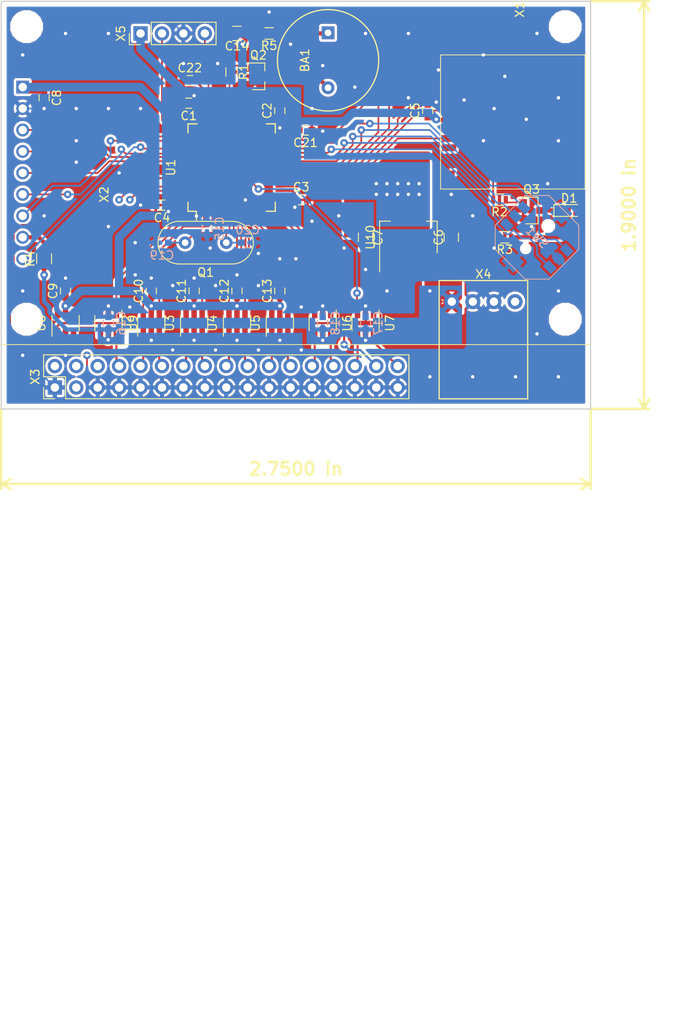
<source format=kicad_pcb>
(kicad_pcb (version 20171130) (host pcbnew no-vcs-found-e062780~61~ubuntu17.10.1)
  (layers (0 F.Cu signal) (31 B.Cu signal) (34 B.Paste user) (35 F.Paste user) (36 B.SilkS user) (37 F.SilkS user) (38 B.Mask user) (39 F.Mask user) (44 Edge.Cuts user))
  (net 0 "")
  (net 1 SPI3_MISO)
  (net 2 /BACKLIGHT)
  (net 3 SPI3_SCK)
  (net 4 SPI3_MOSI)
  (net 5 /LCD_DC)
  (net 6 /LCD_RESET)
  (net 7 SPI3_NSS)
  (net 8 GND)
  (net 9 +3V3)
  (net 10 SDA)
  (net 11 SCL)
  (net 12 /BUTTON4)
  (net 13 /BUTTON3)
  (net 14 /BUTTON2)
  (net 15 /BUTTON1)
  (net 16 USB_DP)
  (net 17 USB_DM)
  (net 18 USART1_RX)
  (net 19 USART1_TX)
  (net 20 "Net-(U1-Pad40)")
  (net 21 "Net-(U1-Pad39)")
  (net 22 "Net-(U1-Pad38)")
  (net 23 "Net-(U1-Pad37)")
  (net 24 SPI2_MOSI)
  (net 25 SPI2_MISO)
  (net 26 SPI2_SCK)
  (net 27 SPI2_NSS)
  (net 28 SPI1_MOSI)
  (net 29 SPI1_MISO)
  (net 30 SPI1_SCK)
  (net 31 SPI1_NSS)
  (net 32 /SEL3)
  (net 33 /SEL2)
  (net 34 /SEL1)
  (net 35 /SEL0)
  (net 36 /WRDATA)
  (net 37 /WRGATE)
  (net 38 /STEP)
  (net 39 /SIDE)
  (net 40 /WPROT)
  (net 41 /TRACK0)
  (net 42 /INDEX)
  (net 43 "Net-(X3-Pad6)")
  (net 44 "Net-(X3-Pad4)")
  (net 45 "Net-(X3-Pad3)")
  (net 46 "Net-(X3-Pad2)")
  (net 47 "Net-(X4-Pad4)")
  (net 48 /CARD_DETECT)
  (net 49 "Net-(X1-Pad1)")
  (net 50 "Net-(X1-Pad8)")
  (net 51 "Net-(U2-Pad3)")
  (net 52 "Net-(U2-Pad1)")
  (net 53 "Net-(U3-Pad1)")
  (net 54 "Net-(U3-Pad3)")
  (net 55 /DIR)
  (net 56 "Net-(U4-Pad3)")
  (net 57 "Net-(U4-Pad1)")
  (net 58 "Net-(U5-Pad1)")
  (net 59 "Net-(U5-Pad3)")
  (net 60 "Net-(U6-Pad6)")
  (net 61 "Net-(U6-Pad4)")
  (net 62 "Net-(U7-Pad4)")
  (net 63 "Net-(U7-Pad6)")
  (net 64 /RDY)
  (net 65 /OSC_OUT)
  (net 66 /OSC_IN)
  (net 67 "Net-(U8-Pad4)")
  (net 68 "Net-(U8-Pad3)")
  (net 69 "Net-(U8-Pad1)")
  (net 70 "Net-(U9-Pad6)")
  (net 71 "Net-(U9-Pad4)")
  (net 72 "Net-(U9-Pad3)")
  (net 73 /BOOT0)
  (net 74 /NRST)
  (net 75 /BUTTON5)
  (net 76 "Net-(U1-Pad58)")
  (net 77 "Net-(U1-Pad57)")
  (net 78 "Net-(U1-Pad56)")
  (net 79 "Net-(Q2-Pad1)")
  (net 80 /VCAP2)
  (net 81 /BEEP)
  (net 82 /VCAP1)
  (net 83 /LED1)
  (net 84 +5VDC)
  (net 85 /SWCLK)
  (net 86 /SWDIO)
  (net 87 "Net-(D1-Pad1)")
  (net 88 "Net-(Q3-Pad1)")
  (net 89 "Net-(D1-Pad2)")
  (net 90 "Net-(BA1-Pad1)")
  (net 91 "Net-(BA1-Pad2)")
  (module components:ALPS_SKRHABE010 (layer B.Cu) (at 203.2 85.09 315)
    (fp_text reference SW1 (at 0 0 315) (layer B.SilkS) (effects (justify mirror)))
    (fp_text value ALPS_5WAY)
    (pad "" np_thru_hole circle (at 0 1.9 315) (size 0.75 0.75) (drill 0.75) (layers *.Cu *.Mask))
    (pad "" np_thru_hole circle (at 0 -1.9 315) (size 1.05 1.05) (drill 1.05) (layers *.Cu *.Mask))
    (pad 7 smd rect (at 0 -4.049999 315) (size 2 1.8) (layers B.Cu B.Paste B.Mask) (net 8 GND))
    (pad 7 smd rect (at 0 4.049999 315) (size 2 1.8) (layers B.Cu B.Paste B.Mask) (net 8 GND))
    (pad 1 smd rect (at -3.575 1.475 315) (size 1.35 1) (layers B.Cu B.Paste B.Mask) (net 14 /BUTTON2))
    (pad 6 smd rect (at 3.575 -1.425 315) (size 1.35 1) (layers B.Cu B.Paste B.Mask) (net 15 /BUTTON1))
    (pad 2 smd rect (at -3.575 0.05 315) (size 1.35 1) (layers B.Cu B.Paste B.Mask) (net 75 /BUTTON5))
    (pad 3 smd rect (at -3.575 -1.375 315) (size 1.35 1) (layers B.Cu B.Paste B.Mask) (net 13 /BUTTON3))
    (pad 4 smd rect (at 3.575 1.425 315) (size 1.35 1) (layers B.Cu B.Paste B.Mask) (net 12 /BUTTON4))
    (pad 5 smd rect (at 3.575 0 315) (size 1.35 1) (layers B.Cu B.Paste B.Mask) (net 8 GND))
  )
  (module Crystals:Crystal_HC49-U_Vertical (layer F.Cu) (at 166.37 85.725 180)
    (fp_text reference Q1 (at 2.44 -3.525 180) (layer F.SilkS))
    (fp_text value Crystal_GND24)
    (pad 1 thru_hole circle (at 0 0 180) (size 1.5 1.5) (drill 0.8) (layers *.Cu *.Mask) (net 65 /OSC_OUT))
    (pad 2 thru_hole circle (at 4.88 0 180) (size 1.5 1.5) (drill 0.8) (layers *.Cu *.Mask) (net 66 /OSC_IN))
  )
  (module Pin_Headers:Pin_Header_Straight_1x04_Pitch2.54mm (layer F.Cu) (at 156.21 60.96 90)
    (fp_text reference X5 (at 0 -2.33 90) (layer F.SilkS))
    (fp_text value SWD)
    (pad 1 thru_hole rect (at 0 0 90) (size 1.7 1.7) (drill 1) (layers *.Cu *.Mask) (net 9 +3V3))
    (pad 2 thru_hole oval (at 0 2.54 90) (size 1.7 1.7) (drill 1) (layers *.Cu *.Mask) (net 85 /SWCLK))
    (pad 3 thru_hole oval (at 0 5.08 90) (size 1.7 1.7) (drill 1) (layers *.Cu *.Mask) (net 8 GND))
    (pad 4 thru_hole oval (at 0 7.62 90) (size 1.7 1.7) (drill 1) (layers *.Cu *.Mask) (net 86 /SWDIO))
  )
  (module 171826-4 (layer F.Cu) (at 196.85 92.71 180)
    (fp_text reference X4 (at 0 3.25 180) (layer F.SilkS))
    (fp_text value "TE 171826-4")
    (pad 4 thru_hole circle (at -3.75 0 180) (size 1.8 1.8) (drill 1) (layers *.Cu *.Mask) (net 47 "Net-(X4-Pad4)"))
    (pad 3 thru_hole circle (at -1.25 0 180) (size 1.8 1.8) (drill 1) (layers *.Cu *.Mask) (net 8 GND))
    (pad 2 thru_hole circle (at 1.25 0 180) (size 1.8 1.8) (drill 1) (layers *.Cu *.Mask) (net 8 GND))
    (pad 1 thru_hole circle (at 3.75 0 180) (size 1.8 1.8) (drill 1) (layers *.Cu *.Mask) (net 84 +5VDC))
  )
  (module components:MOLEX_5027740891 (layer F.Cu) (at 200.66 71.12 90)
    (fp_text reference X1 (at 13 0.5 90) (layer F.SilkS))
    (fp_text value Micro_SD_Card_Det)
    (pad 1 smd rect (at -3.37 -7.87 90) (size 0.8 1.68) (layers F.Cu F.Paste F.Mask) (net 49 "Net-(X1-Pad1)"))
    (pad 2 smd rect (at -2.27 -7.87 90) (size 0.8 1.68) (layers F.Cu F.Paste F.Mask) (net 31 SPI1_NSS))
    (pad 3 smd rect (at -1.17 -7.87 90) (size 0.8 1.68) (layers F.Cu F.Paste F.Mask) (net 28 SPI1_MOSI))
    (pad 4 smd rect (at -0.07 -7.87 90) (size 0.8 1.68) (layers F.Cu F.Paste F.Mask) (net 9 +3V3))
    (pad 5 smd rect (at 1.03 -7.87 90) (size 0.8 1.68) (layers F.Cu F.Paste F.Mask) (net 30 SPI1_SCK))
    (pad 6 smd rect (at 2.13 -7.87 90) (size 0.8 1.68) (layers F.Cu F.Paste F.Mask) (net 8 GND))
    (pad 7 smd rect (at 3.23 -7.87 90) (size 0.8 1.68) (layers F.Cu F.Paste F.Mask) (net 29 SPI1_MISO))
    (pad 8 smd rect (at 4.33 -7.87 90) (size 0.8 1.68) (layers F.Cu F.Paste F.Mask) (net 50 "Net-(X1-Pad8)"))
    (pad 11 smd rect (at 5.73 -7.97 90) (size 1.6 1.5) (layers F.Cu F.Paste F.Mask) (net 8 GND))
    (pad 11 smd rect (at -6.92 -7.97 90) (size 1.7 1.5) (layers F.Cu F.Paste F.Mask) (net 8 GND))
    (pad 11 smd rect (at 6.28 6.88) (size 1.7 1.5) (layers F.Cu F.Paste F.Mask) (net 8 GND))
    (pad 11 smd rect (at -7.22 6.88) (size 1.7 1.5) (layers F.Cu F.Paste F.Mask) (net 8 GND))
    (pad 10 smd rect (at 6.38 1.08 180) (size 1.4 1.29) (layers F.Cu F.Paste F.Mask) (net 48 /CARD_DETECT))
    (pad 9 smd rect (at 6.38 -6.32) (size 1.3 1.29) (layers F.Cu F.Paste F.Mask) (net 8 GND))
  )
  (module Pin_Headers:Pin_Header_Straight_2x17_Pitch2.54mm (layer F.Cu) (at 146.05 102.87 90)
    (fp_text reference X3 (at 1.27 -2.33 90) (layer F.SilkS))
    (fp_text value Conn_02x17_Odd_Even)
    (pad 1 thru_hole rect (at 0 0 90) (size 1.7 1.7) (drill 1) (layers *.Cu *.Mask) (net 8 GND))
    (pad 2 thru_hole oval (at 2.54 0 90) (size 1.7 1.7) (drill 1) (layers *.Cu *.Mask) (net 46 "Net-(X3-Pad2)"))
    (pad 3 thru_hole oval (at 0 2.54 90) (size 1.7 1.7) (drill 1) (layers *.Cu *.Mask) (net 45 "Net-(X3-Pad3)"))
    (pad 4 thru_hole oval (at 2.54 2.54 90) (size 1.7 1.7) (drill 1) (layers *.Cu *.Mask) (net 44 "Net-(X3-Pad4)"))
    (pad 5 thru_hole oval (at 0 5.08 90) (size 1.7 1.7) (drill 1) (layers *.Cu *.Mask) (net 8 GND))
    (pad 6 thru_hole oval (at 2.54 5.08 90) (size 1.7 1.7) (drill 1) (layers *.Cu *.Mask) (net 43 "Net-(X3-Pad6)"))
    (pad 7 thru_hole oval (at 0 7.62 90) (size 1.7 1.7) (drill 1) (layers *.Cu *.Mask) (net 8 GND))
    (pad 8 thru_hole oval (at 2.54 7.62 90) (size 1.7 1.7) (drill 1) (layers *.Cu *.Mask) (net 70 "Net-(U9-Pad6)"))
    (pad 9 thru_hole oval (at 0 10.16 90) (size 1.7 1.7) (drill 1) (layers *.Cu *.Mask) (net 8 GND))
    (pad 10 thru_hole oval (at 2.54 10.16 90) (size 1.7 1.7) (drill 1) (layers *.Cu *.Mask) (net 52 "Net-(U2-Pad1)"))
    (pad 11 thru_hole oval (at 0 12.7 90) (size 1.7 1.7) (drill 1) (layers *.Cu *.Mask) (net 8 GND))
    (pad 12 thru_hole oval (at 2.54 12.7 90) (size 1.7 1.7) (drill 1) (layers *.Cu *.Mask) (net 51 "Net-(U2-Pad3)"))
    (pad 13 thru_hole oval (at 0 15.24 90) (size 1.7 1.7) (drill 1) (layers *.Cu *.Mask) (net 8 GND))
    (pad 14 thru_hole oval (at 2.54 15.24 90) (size 1.7 1.7) (drill 1) (layers *.Cu *.Mask) (net 53 "Net-(U3-Pad1)"))
    (pad 15 thru_hole oval (at 0 17.78 90) (size 1.7 1.7) (drill 1) (layers *.Cu *.Mask) (net 8 GND))
    (pad 16 thru_hole oval (at 2.54 17.78 90) (size 1.7 1.7) (drill 1) (layers *.Cu *.Mask) (net 54 "Net-(U3-Pad3)"))
    (pad 17 thru_hole oval (at 0 20.32 90) (size 1.7 1.7) (drill 1) (layers *.Cu *.Mask) (net 8 GND))
    (pad 18 thru_hole oval (at 2.54 20.32 90) (size 1.7 1.7) (drill 1) (layers *.Cu *.Mask) (net 57 "Net-(U4-Pad1)"))
    (pad 19 thru_hole oval (at 0 22.86 90) (size 1.7 1.7) (drill 1) (layers *.Cu *.Mask) (net 8 GND))
    (pad 20 thru_hole oval (at 2.54 22.86 90) (size 1.7 1.7) (drill 1) (layers *.Cu *.Mask) (net 56 "Net-(U4-Pad3)"))
    (pad 21 thru_hole oval (at 0 25.4 90) (size 1.7 1.7) (drill 1) (layers *.Cu *.Mask) (net 8 GND))
    (pad 22 thru_hole oval (at 2.54 25.4 90) (size 1.7 1.7) (drill 1) (layers *.Cu *.Mask) (net 58 "Net-(U5-Pad1)"))
    (pad 23 thru_hole oval (at 0 27.94 90) (size 1.7 1.7) (drill 1) (layers *.Cu *.Mask) (net 8 GND))
    (pad 24 thru_hole oval (at 2.54 27.94 90) (size 1.7 1.7) (drill 1) (layers *.Cu *.Mask) (net 59 "Net-(U5-Pad3)"))
    (pad 25 thru_hole oval (at 0 30.48 90) (size 1.7 1.7) (drill 1) (layers *.Cu *.Mask) (net 8 GND))
    (pad 26 thru_hole oval (at 2.54 30.48 90) (size 1.7 1.7) (drill 1) (layers *.Cu *.Mask) (net 61 "Net-(U6-Pad4)"))
    (pad 27 thru_hole oval (at 0 33.02 90) (size 1.7 1.7) (drill 1) (layers *.Cu *.Mask) (net 8 GND))
    (pad 28 thru_hole oval (at 2.54 33.02 90) (size 1.7 1.7) (drill 1) (layers *.Cu *.Mask) (net 60 "Net-(U6-Pad6)"))
    (pad 29 thru_hole oval (at 0 35.56 90) (size 1.7 1.7) (drill 1) (layers *.Cu *.Mask) (net 8 GND))
    (pad 30 thru_hole oval (at 2.54 35.56 90) (size 1.7 1.7) (drill 1) (layers *.Cu *.Mask) (net 62 "Net-(U7-Pad4)"))
    (pad 31 thru_hole oval (at 0 38.1 90) (size 1.7 1.7) (drill 1) (layers *.Cu *.Mask) (net 8 GND))
    (pad 32 thru_hole oval (at 2.54 38.1 90) (size 1.7 1.7) (drill 1) (layers *.Cu *.Mask) (net 69 "Net-(U8-Pad1)"))
    (pad 33 thru_hole oval (at 0 40.64 90) (size 1.7 1.7) (drill 1) (layers *.Cu *.Mask) (net 8 GND))
    (pad 34 thru_hole oval (at 2.54 40.64 90) (size 1.7 1.7) (drill 1) (layers *.Cu *.Mask) (net 63 "Net-(U7-Pad6)"))
  )
  (module Housings_QFP:LQFP-64_10x10mm_Pitch0.5mm (layer F.Cu) (at 167.005 76.835 90)
    (fp_text reference U1 (at 0 -7.2 90) (layer F.SilkS))
    (fp_text value STM32F405RGTx)
    (pad 64 smd rect (at -3.75 -5.7 180) (size 1 0.25) (layers F.Cu F.Paste F.Mask) (net 9 +3V3))
    (pad 63 smd rect (at -3.25 -5.7 180) (size 1 0.25) (layers F.Cu F.Paste F.Mask) (net 8 GND))
    (pad 62 smd rect (at -2.75 -5.7 180) (size 1 0.25) (layers F.Cu F.Paste F.Mask) (net 10 SDA))
    (pad 61 smd rect (at -2.25 -5.7 180) (size 1 0.25) (layers F.Cu F.Paste F.Mask) (net 11 SCL))
    (pad 60 smd rect (at -1.75 -5.7 180) (size 1 0.25) (layers F.Cu F.Paste F.Mask) (net 73 /BOOT0))
    (pad 59 smd rect (at -1.25 -5.7 180) (size 1 0.25) (layers F.Cu F.Paste F.Mask) (net 39 /SIDE))
    (pad 58 smd rect (at -0.75 -5.7 180) (size 1 0.25) (layers F.Cu F.Paste F.Mask) (net 76 "Net-(U1-Pad58)"))
    (pad 57 smd rect (at -0.25 -5.7 180) (size 1 0.25) (layers F.Cu F.Paste F.Mask) (net 77 "Net-(U1-Pad57)"))
    (pad 56 smd rect (at 0.25 -5.7 180) (size 1 0.25) (layers F.Cu F.Paste F.Mask) (net 78 "Net-(U1-Pad56)"))
    (pad 55 smd rect (at 0.75 -5.7 180) (size 1 0.25) (layers F.Cu F.Paste F.Mask) (net 5 /LCD_DC))
    (pad 54 smd rect (at 1.25 -5.7 180) (size 1 0.25) (layers F.Cu F.Paste F.Mask) (net 6 /LCD_RESET))
    (pad 53 smd rect (at 1.75 -5.7 180) (size 1 0.25) (layers F.Cu F.Paste F.Mask) (net 4 SPI3_MOSI))
    (pad 52 smd rect (at 2.25 -5.7 180) (size 1 0.25) (layers F.Cu F.Paste F.Mask) (net 1 SPI3_MISO))
    (pad 51 smd rect (at 2.75 -5.7 180) (size 1 0.25) (layers F.Cu F.Paste F.Mask) (net 3 SPI3_SCK))
    (pad 50 smd rect (at 3.25 -5.7 180) (size 1 0.25) (layers F.Cu F.Paste F.Mask) (net 7 SPI3_NSS))
    (pad 49 smd rect (at 3.75 -5.7 180) (size 1 0.25) (layers F.Cu F.Paste F.Mask) (net 85 /SWCLK))
    (pad 48 smd rect (at 5.7 -3.75 90) (size 1 0.25) (layers F.Cu F.Paste F.Mask) (net 9 +3V3))
    (pad 47 smd rect (at 5.7 -3.25 90) (size 1 0.25) (layers F.Cu F.Paste F.Mask) (net 80 /VCAP2))
    (pad 46 smd rect (at 5.7 -2.75 90) (size 1 0.25) (layers F.Cu F.Paste F.Mask) (net 86 /SWDIO))
    (pad 45 smd rect (at 5.7 -2.25 90) (size 1 0.25) (layers F.Cu F.Paste F.Mask) (net 16 USB_DP))
    (pad 44 smd rect (at 5.7 -1.75 90) (size 1 0.25) (layers F.Cu F.Paste F.Mask) (net 17 USB_DM))
    (pad 43 smd rect (at 5.7 -1.25 90) (size 1 0.25) (layers F.Cu F.Paste F.Mask) (net 18 USART1_RX))
    (pad 42 smd rect (at 5.7 -0.75 90) (size 1 0.25) (layers F.Cu F.Paste F.Mask) (net 19 USART1_TX))
    (pad 41 smd rect (at 5.7 -0.25 90) (size 1 0.25) (layers F.Cu F.Paste F.Mask) (net 81 /BEEP))
    (pad 40 smd rect (at 5.7 0.25 90) (size 1 0.25) (layers F.Cu F.Paste F.Mask) (net 20 "Net-(U1-Pad40)"))
    (pad 39 smd rect (at 5.7 0.75 90) (size 1 0.25) (layers F.Cu F.Paste F.Mask) (net 21 "Net-(U1-Pad39)"))
    (pad 38 smd rect (at 5.7 1.25 90) (size 1 0.25) (layers F.Cu F.Paste F.Mask) (net 22 "Net-(U1-Pad38)"))
    (pad 37 smd rect (at 5.7 1.75 90) (size 1 0.25) (layers F.Cu F.Paste F.Mask) (net 23 "Net-(U1-Pad37)"))
    (pad 36 smd rect (at 5.7 2.25 90) (size 1 0.25) (layers F.Cu F.Paste F.Mask) (net 24 SPI2_MOSI))
    (pad 35 smd rect (at 5.7 2.75 90) (size 1 0.25) (layers F.Cu F.Paste F.Mask) (net 25 SPI2_MISO))
    (pad 34 smd rect (at 5.7 3.25 90) (size 1 0.25) (layers F.Cu F.Paste F.Mask) (net 26 SPI2_SCK))
    (pad 33 smd rect (at 5.7 3.75 90) (size 1 0.25) (layers F.Cu F.Paste F.Mask) (net 27 SPI2_NSS))
    (pad 32 smd rect (at 3.75 5.7 180) (size 1 0.25) (layers F.Cu F.Paste F.Mask) (net 9 +3V3))
    (pad 31 smd rect (at 3.25 5.7 180) (size 1 0.25) (layers F.Cu F.Paste F.Mask) (net 82 /VCAP1))
    (pad 30 smd rect (at 2.75 5.7 180) (size 1 0.25) (layers F.Cu F.Paste F.Mask) (net 83 /LED1))
    (pad 29 smd rect (at 2.25 5.7 180) (size 1 0.25) (layers F.Cu F.Paste F.Mask) (net 15 /BUTTON1))
    (pad 28 smd rect (at 1.75 5.7 180) (size 1 0.25) (layers F.Cu F.Paste F.Mask) (net 12 /BUTTON4))
    (pad 27 smd rect (at 1.25 5.7 180) (size 1 0.25) (layers F.Cu F.Paste F.Mask) (net 14 /BUTTON2))
    (pad 26 smd rect (at 0.75 5.7 180) (size 1 0.25) (layers F.Cu F.Paste F.Mask) (net 75 /BUTTON5))
    (pad 25 smd rect (at 0.25 5.7 180) (size 1 0.25) (layers F.Cu F.Paste F.Mask) (net 13 /BUTTON3))
    (pad 24 smd rect (at -0.25 5.7 180) (size 1 0.25) (layers F.Cu F.Paste F.Mask) (net 48 /CARD_DETECT))
    (pad 23 smd rect (at -0.75 5.7 180) (size 1 0.25) (layers F.Cu F.Paste F.Mask) (net 28 SPI1_MOSI))
    (pad 22 smd rect (at -1.25 5.7 180) (size 1 0.25) (layers F.Cu F.Paste F.Mask) (net 29 SPI1_MISO))
    (pad 21 smd rect (at -1.75 5.7 180) (size 1 0.25) (layers F.Cu F.Paste F.Mask) (net 30 SPI1_SCK))
    (pad 20 smd rect (at -2.25 5.7 180) (size 1 0.25) (layers F.Cu F.Paste F.Mask) (net 31 SPI1_NSS))
    (pad 19 smd rect (at -2.75 5.7 180) (size 1 0.25) (layers F.Cu F.Paste F.Mask) (net 9 +3V3))
    (pad 18 smd rect (at -3.25 5.7 180) (size 1 0.25) (layers F.Cu F.Paste F.Mask) (net 8 GND))
    (pad 17 smd rect (at -3.75 5.7 180) (size 1 0.25) (layers F.Cu F.Paste F.Mask) (net 40 /WPROT))
    (pad 16 smd rect (at -5.7 3.75 90) (size 1 0.25) (layers F.Cu F.Paste F.Mask) (net 41 /TRACK0))
    (pad 15 smd rect (at -5.7 3.25 90) (size 1 0.25) (layers F.Cu F.Paste F.Mask) (net 37 /WRGATE))
    (pad 14 smd rect (at -5.7 2.75 90) (size 1 0.25) (layers F.Cu F.Paste F.Mask) (net 36 /WRDATA))
    (pad 13 smd rect (at -5.7 2.25 90) (size 1 0.25) (layers F.Cu F.Paste F.Mask) (net 9 +3V3))
    (pad 12 smd rect (at -5.7 1.75 90) (size 1 0.25) (layers F.Cu F.Paste F.Mask) (net 8 GND))
    (pad 11 smd rect (at -5.7 1.25 90) (size 1 0.25) (layers F.Cu F.Paste F.Mask) (net 55 /DIR))
    (pad 10 smd rect (at -5.7 0.75 90) (size 1 0.25) (layers F.Cu F.Paste F.Mask) (net 38 /STEP))
    (pad 9 smd rect (at -5.7 0.25 90) (size 1 0.25) (layers F.Cu F.Paste F.Mask) (net 32 /SEL3))
    (pad 8 smd rect (at -5.7 -0.25 90) (size 1 0.25) (layers F.Cu F.Paste F.Mask) (net 33 /SEL2))
    (pad 7 smd rect (at -5.7 -0.75 90) (size 1 0.25) (layers F.Cu F.Paste F.Mask) (net 74 /NRST))
    (pad 6 smd rect (at -5.7 -1.25 90) (size 1 0.25) (layers F.Cu F.Paste F.Mask) (net 65 /OSC_OUT))
    (pad 5 smd rect (at -5.7 -1.75 90) (size 1 0.25) (layers F.Cu F.Paste F.Mask) (net 66 /OSC_IN))
    (pad 4 smd rect (at -5.7 -2.25 90) (size 1 0.25) (layers F.Cu F.Paste F.Mask) (net 34 /SEL1))
    (pad 3 smd rect (at -5.7 -2.75 90) (size 1 0.25) (layers F.Cu F.Paste F.Mask) (net 35 /SEL0))
    (pad 2 smd rect (at -5.7 -3.25 90) (size 1 0.25) (layers F.Cu F.Paste F.Mask) (net 42 /INDEX))
    (pad 1 smd rect (at -5.7 -3.75 90) (size 1 0.25) (layers F.Cu F.Paste F.Mask) (net 9 +3V3))
  )
  (module components:QVGA_LCD_9pin (layer F.Cu) (at 142.24 77.47 270)
    (fp_text reference X2 (at 2.54 -9.66 270) (layer F.SilkS))
    (fp_text value Conn_01x09)
    (pad 1 thru_hole rect (at -10.16 0 270) (size 1.524 1.524) (drill 1) (layers *.Cu *.Mask) (net 9 +3V3))
    (pad 2 thru_hole circle (at -7.62 0 270) (size 1.524 1.524) (drill 1) (layers *.Cu *.Mask) (net 8 GND))
    (pad 3 thru_hole circle (at -5.08 0 270) (size 1.524 1.524) (drill 1) (layers *.Cu *.Mask) (net 7 SPI3_NSS))
    (pad 4 thru_hole circle (at -2.54 0 270) (size 1.524 1.524) (drill 1) (layers *.Cu *.Mask) (net 6 /LCD_RESET))
    (pad 5 thru_hole circle (at 0 0 270) (size 1.524 1.524) (drill 1) (layers *.Cu *.Mask) (net 5 /LCD_DC))
    (pad 6 thru_hole circle (at 2.54 0 270) (size 1.524 1.524) (drill 1) (layers *.Cu *.Mask) (net 4 SPI3_MOSI))
    (pad 7 thru_hole circle (at 5.08 0 270) (size 1.524 1.524) (drill 1) (layers *.Cu *.Mask) (net 3 SPI3_SCK))
    (pad 8 thru_hole circle (at 7.62 0 270) (size 1.524 1.524) (drill 1) (layers *.Cu *.Mask) (net 2 /BACKLIGHT))
    (pad 9 thru_hole circle (at 10.16 0 270) (size 1.524 1.524) (drill 1) (layers *.Cu *.Mask) (net 1 SPI3_MISO))
    (pad "" np_thru_hole circle (at -17.32 -0.46 270) (size 3.3 3.3) (drill 3.3) (layers *.Cu *.Mask))
    (pad "" np_thru_hole circle (at 17.32 -0.46 270) (size 3.3 3.3) (drill 3.3) (layers *.Cu *.Mask))
    (pad "" np_thru_hole circle (at -17.32 -64.31 270) (size 3.3 3.3) (drill 3.3) (layers *.Cu *.Mask))
    (pad "" np_thru_hole circle (at 17.32 -64.31 270) (size 3.3 3.3) (drill 3.3) (layers *.Cu *.Mask))
  )
  (module TO_SOT_Packages_SMD:SOT-23-6 (layer F.Cu) (at 157.48 95.25 90)
    (fp_text reference U2 (at 0 -2.9 90) (layer F.SilkS))
    (fp_text value SN74LVC2G07)
    (pad 5 smd rect (at 1.1 0 90) (size 1.06 0.65) (layers F.Cu F.Paste F.Mask) (net 9 +3V3))
    (pad 6 smd rect (at 1.1 -0.95 90) (size 1.06 0.65) (layers F.Cu F.Paste F.Mask) (net 35 /SEL0))
    (pad 4 smd rect (at 1.1 0.95 90) (size 1.06 0.65) (layers F.Cu F.Paste F.Mask) (net 34 /SEL1))
    (pad 3 smd rect (at -1.1 0.95 90) (size 1.06 0.65) (layers F.Cu F.Paste F.Mask) (net 51 "Net-(U2-Pad3)"))
    (pad 2 smd rect (at -1.1 0 90) (size 1.06 0.65) (layers F.Cu F.Paste F.Mask) (net 8 GND))
    (pad 1 smd rect (at -1.1 -0.95 90) (size 1.06 0.65) (layers F.Cu F.Paste F.Mask) (net 52 "Net-(U2-Pad1)"))
  )
  (module TO_SOT_Packages_SMD:SOT-23-6 (layer F.Cu) (at 162.56 95.25 90)
    (fp_text reference U3 (at 0 -2.9 90) (layer F.SilkS))
    (fp_text value SN74LVC2G07)
    (pad 1 smd rect (at -1.1 -0.95 90) (size 1.06 0.65) (layers F.Cu F.Paste F.Mask) (net 53 "Net-(U3-Pad1)"))
    (pad 2 smd rect (at -1.1 0 90) (size 1.06 0.65) (layers F.Cu F.Paste F.Mask) (net 8 GND))
    (pad 3 smd rect (at -1.1 0.95 90) (size 1.06 0.65) (layers F.Cu F.Paste F.Mask) (net 54 "Net-(U3-Pad3)"))
    (pad 4 smd rect (at 1.1 0.95 90) (size 1.06 0.65) (layers F.Cu F.Paste F.Mask) (net 32 /SEL3))
    (pad 6 smd rect (at 1.1 -0.95 90) (size 1.06 0.65) (layers F.Cu F.Paste F.Mask) (net 33 /SEL2))
    (pad 5 smd rect (at 1.1 0 90) (size 1.06 0.65) (layers F.Cu F.Paste F.Mask) (net 9 +3V3))
  )
  (module TO_SOT_Packages_SMD:SOT-23-6 (layer F.Cu) (at 167.64 95.25 90)
    (fp_text reference U4 (at 0 -2.9 90) (layer F.SilkS))
    (fp_text value SN74LVC2G07)
    (pad 5 smd rect (at 1.1 0 90) (size 1.06 0.65) (layers F.Cu F.Paste F.Mask) (net 9 +3V3))
    (pad 6 smd rect (at 1.1 -0.95 90) (size 1.06 0.65) (layers F.Cu F.Paste F.Mask) (net 38 /STEP))
    (pad 4 smd rect (at 1.1 0.95 90) (size 1.06 0.65) (layers F.Cu F.Paste F.Mask) (net 55 /DIR))
    (pad 3 smd rect (at -1.1 0.95 90) (size 1.06 0.65) (layers F.Cu F.Paste F.Mask) (net 56 "Net-(U4-Pad3)"))
    (pad 2 smd rect (at -1.1 0 90) (size 1.06 0.65) (layers F.Cu F.Paste F.Mask) (net 8 GND))
    (pad 1 smd rect (at -1.1 -0.95 90) (size 1.06 0.65) (layers F.Cu F.Paste F.Mask) (net 57 "Net-(U4-Pad1)"))
  )
  (module TO_SOT_Packages_SMD:SOT-23-6 (layer F.Cu) (at 172.72 95.25 90)
    (fp_text reference U5 (at 0 -2.9 90) (layer F.SilkS))
    (fp_text value SN74LVC2G07)
    (pad 1 smd rect (at -1.1 -0.95 90) (size 1.06 0.65) (layers F.Cu F.Paste F.Mask) (net 58 "Net-(U5-Pad1)"))
    (pad 2 smd rect (at -1.1 0 90) (size 1.06 0.65) (layers F.Cu F.Paste F.Mask) (net 8 GND))
    (pad 3 smd rect (at -1.1 0.95 90) (size 1.06 0.65) (layers F.Cu F.Paste F.Mask) (net 59 "Net-(U5-Pad3)"))
    (pad 4 smd rect (at 1.1 0.95 90) (size 1.06 0.65) (layers F.Cu F.Paste F.Mask) (net 37 /WRGATE))
    (pad 6 smd rect (at 1.1 -0.95 90) (size 1.06 0.65) (layers F.Cu F.Paste F.Mask) (net 36 /WRDATA))
    (pad 5 smd rect (at 1.1 0 90) (size 1.06 0.65) (layers F.Cu F.Paste F.Mask) (net 9 +3V3))
  )
  (module TO_SOT_Packages_SMD:SOT-23-6 (layer F.Cu) (at 177.8 95.25 270)
    (fp_text reference U6 (at 0 -2.9 270) (layer F.SilkS))
    (fp_text value SN74LVC2G07)
    (pad 5 smd rect (at 1.1 0 270) (size 1.06 0.65) (layers F.Cu F.Paste F.Mask) (net 84 +5VDC))
    (pad 6 smd rect (at 1.1 -0.95 270) (size 1.06 0.65) (layers F.Cu F.Paste F.Mask) (net 60 "Net-(U6-Pad6)"))
    (pad 4 smd rect (at 1.1 0.95 270) (size 1.06 0.65) (layers F.Cu F.Paste F.Mask) (net 61 "Net-(U6-Pad4)"))
    (pad 3 smd rect (at -1.1 0.95 270) (size 1.06 0.65) (layers F.Cu F.Paste F.Mask) (net 41 /TRACK0))
    (pad 2 smd rect (at -1.1 0 270) (size 1.06 0.65) (layers F.Cu F.Paste F.Mask) (net 8 GND))
    (pad 1 smd rect (at -1.1 -0.95 270) (size 1.06 0.65) (layers F.Cu F.Paste F.Mask) (net 40 /WPROT))
  )
  (module TO_SOT_Packages_SMD:SOT-23-6 (layer F.Cu) (at 182.88 95.25 270)
    (fp_text reference U7 (at 0 -2.9 270) (layer F.SilkS))
    (fp_text value SN74LVC2G07)
    (pad 1 smd rect (at -1.1 -0.95 270) (size 1.06 0.65) (layers F.Cu F.Paste F.Mask) (net 64 /RDY))
    (pad 2 smd rect (at -1.1 0 270) (size 1.06 0.65) (layers F.Cu F.Paste F.Mask) (net 8 GND))
    (pad 3 smd rect (at -1.1 0.95 270) (size 1.06 0.65) (layers F.Cu F.Paste F.Mask) (net 24 SPI2_MOSI))
    (pad 4 smd rect (at 1.1 0.95 270) (size 1.06 0.65) (layers F.Cu F.Paste F.Mask) (net 62 "Net-(U7-Pad4)"))
    (pad 6 smd rect (at 1.1 -0.95 270) (size 1.06 0.65) (layers F.Cu F.Paste F.Mask) (net 63 "Net-(U7-Pad6)"))
    (pad 5 smd rect (at 1.1 0 270) (size 1.06 0.65) (layers F.Cu F.Paste F.Mask) (net 84 +5VDC))
  )
  (module TO_SOT_Packages_SMD:SOT-23-6 (layer F.Cu) (at 147.32 95.25 90)
    (fp_text reference U8 (at 0 -2.9 90) (layer F.SilkS))
    (fp_text value SN74LVC2G07)
    (pad 5 smd rect (at 1.1 0 90) (size 1.06 0.65) (layers F.Cu F.Paste F.Mask) (net 9 +3V3))
    (pad 6 smd rect (at 1.1 -0.95 90) (size 1.06 0.65) (layers F.Cu F.Paste F.Mask) (net 39 /SIDE))
    (pad 4 smd rect (at 1.1 0.95 90) (size 1.06 0.65) (layers F.Cu F.Paste F.Mask) (net 67 "Net-(U8-Pad4)"))
    (pad 3 smd rect (at -1.1 0.95 90) (size 1.06 0.65) (layers F.Cu F.Paste F.Mask) (net 68 "Net-(U8-Pad3)"))
    (pad 2 smd rect (at -1.1 0 90) (size 1.06 0.65) (layers F.Cu F.Paste F.Mask) (net 8 GND))
    (pad 1 smd rect (at -1.1 -0.95 90) (size 1.06 0.65) (layers F.Cu F.Paste F.Mask) (net 69 "Net-(U8-Pad1)"))
  )
  (module TO_SOT_Packages_SMD:SOT-23-6 (layer F.Cu) (at 152.4 95.25 270)
    (fp_text reference U9 (at 0 -2.9 270) (layer F.SilkS))
    (fp_text value SN74LVC2G07)
    (pad 5 smd rect (at 1.1 0 270) (size 1.06 0.65) (layers F.Cu F.Paste F.Mask) (net 84 +5VDC))
    (pad 6 smd rect (at 1.1 -0.95 270) (size 1.06 0.65) (layers F.Cu F.Paste F.Mask) (net 70 "Net-(U9-Pad6)"))
    (pad 4 smd rect (at 1.1 0.95 270) (size 1.06 0.65) (layers F.Cu F.Paste F.Mask) (net 71 "Net-(U9-Pad4)"))
    (pad 3 smd rect (at -1.1 0.95 270) (size 1.06 0.65) (layers F.Cu F.Paste F.Mask) (net 72 "Net-(U9-Pad3)"))
    (pad 2 smd rect (at -1.1 0 270) (size 1.06 0.65) (layers F.Cu F.Paste F.Mask) (net 8 GND))
    (pad 1 smd rect (at -1.1 -0.95 270) (size 1.06 0.65) (layers F.Cu F.Paste F.Mask) (net 42 /INDEX))
  )
  (module TO_SOT_Packages_SMD:SOT-23 (layer F.Cu) (at 170.18 66.04)
    (fp_text reference Q2 (at 0 -2.5) (layer F.SilkS))
    (fp_text value BC817)
    (pad 3 smd rect (at 1 0) (size 0.9 0.8) (layers F.Cu F.Paste F.Mask) (net 91 "Net-(BA1-Pad2)"))
    (pad 2 smd rect (at -1 0.95) (size 0.9 0.8) (layers F.Cu F.Paste F.Mask) (net 8 GND))
    (pad 1 smd rect (at -1 -0.95) (size 0.9 0.8) (layers F.Cu F.Paste F.Mask) (net 79 "Net-(Q2-Pad1)"))
  )
  (module Resistors_SMD:R_0603 (layer F.Cu) (at 167.005 65.52 270)
    (fp_text reference R1 (at 0 -1.45 270) (layer F.SilkS))
    (fp_text value 10K)
    (pad 2 smd rect (at 0.75 0 270) (size 0.5 0.9) (layers F.Cu F.Paste F.Mask) (net 81 /BEEP))
    (pad 1 smd rect (at -0.75 0 270) (size 0.5 0.9) (layers F.Cu F.Paste F.Mask) (net 79 "Net-(Q2-Pad1)"))
  )
  (module Capacitors_SMD:C_0603 (layer F.Cu) (at 161.925 69.215 180)
    (fp_text reference C1 (at 0 -1.5 180) (layer F.SilkS))
    (fp_text value 0,1)
    (pad 1 smd rect (at -0.75 0 180) (size 0.8 0.75) (layers F.Cu F.Paste F.Mask) (net 9 +3V3))
    (pad 2 smd rect (at 0.75 0 180) (size 0.8 0.75) (layers F.Cu F.Paste F.Mask) (net 8 GND))
  )
  (module Capacitors_SMD:C_0603 (layer F.Cu) (at 172.72 70.104 90)
    (fp_text reference C2 (at 0 -1.5 90) (layer F.SilkS))
    (fp_text value 0,1)
    (pad 2 smd rect (at 0.75 0 90) (size 0.8 0.75) (layers F.Cu F.Paste F.Mask) (net 8 GND))
    (pad 1 smd rect (at -0.75 0 90) (size 0.8 0.75) (layers F.Cu F.Paste F.Mask) (net 9 +3V3))
  )
  (module Capacitors_SMD:C_0603 (layer F.Cu) (at 175.26 80.645)
    (fp_text reference C3 (at 0 -1.5) (layer F.SilkS))
    (fp_text value 0,1)
    (pad 1 smd rect (at -0.75 0) (size 0.8 0.75) (layers F.Cu F.Paste F.Mask) (net 9 +3V3))
    (pad 2 smd rect (at 0.75 0) (size 0.8 0.75) (layers F.Cu F.Paste F.Mask) (net 8 GND))
  )
  (module Capacitors_SMD:C_0603 (layer F.Cu) (at 158.75 81.28 180)
    (fp_text reference C4 (at 0 -1.5 180) (layer F.SilkS))
    (fp_text value 0,1)
    (pad 2 smd rect (at 0.75 0 180) (size 0.8 0.75) (layers F.Cu F.Paste F.Mask) (net 8 GND))
    (pad 1 smd rect (at -0.75 0 180) (size 0.8 0.75) (layers F.Cu F.Paste F.Mask) (net 9 +3V3))
  )
  (module Capacitors_SMD:C_0603 (layer F.Cu) (at 190.246 70.104 90)
    (fp_text reference C5 (at 0 -1.5 90) (layer F.SilkS))
    (fp_text value 0,1)
    (pad 1 smd rect (at -0.75 0 90) (size 0.8 0.75) (layers F.Cu F.Paste F.Mask) (net 9 +3V3))
    (pad 2 smd rect (at 0.75 0 90) (size 0.8 0.75) (layers F.Cu F.Paste F.Mask) (net 8 GND))
  )
  (module Capacitors_SMD:C_0805 (layer F.Cu) (at 193.04 85.09 90)
    (fp_text reference C6 (at 0 -1.5 90) (layer F.SilkS))
    (fp_text value 2u2)
    (pad 2 smd rect (at 1 0 90) (size 1 1.25) (layers F.Cu F.Paste F.Mask) (net 8 GND))
    (pad 1 smd rect (at -1 0 90) (size 1 1.25) (layers F.Cu F.Paste F.Mask) (net 84 +5VDC))
  )
  (module Capacitors_SMD:C_0805 (layer F.Cu) (at 182.88 85.09 270)
    (fp_text reference C7 (at 0 -1.5 270) (layer F.SilkS))
    (fp_text value 2u2)
    (pad 1 smd rect (at -1 0 270) (size 1 1.25) (layers F.Cu F.Paste F.Mask) (net 9 +3V3))
    (pad 2 smd rect (at 1 0 270) (size 1 1.25) (layers F.Cu F.Paste F.Mask) (net 8 GND))
  )
  (module TO_SOT_Packages_SMD:SOT-223-3_TabPin2 (layer F.Cu) (at 187.96 85.09 90)
    (fp_text reference U10 (at 0 -4.5 90) (layer F.SilkS))
    (fp_text value AP1117-15)
    (pad 1 smd rect (at -3.15 -2.3 90) (size 2 1.5) (layers F.Cu F.Paste F.Mask) (net 8 GND))
    (pad 3 smd rect (at -3.15 2.3 90) (size 2 1.5) (layers F.Cu F.Paste F.Mask) (net 84 +5VDC))
    (pad 2 smd rect (at -3.15 0 90) (size 2 1.5) (layers F.Cu F.Paste F.Mask) (net 9 +3V3))
    (pad 2 smd rect (at 3.15 0 90) (size 2 3.8) (layers F.Cu F.Paste F.Mask) (net 9 +3V3))
  )
  (module Capacitors_SMD:C_0603 (layer F.Cu) (at 144.78 68.58 270)
    (fp_text reference C8 (at 0 -1.5 270) (layer F.SilkS))
    (fp_text value 0,1)
    (pad 1 smd rect (at -0.75 0 270) (size 0.8 0.75) (layers F.Cu F.Paste F.Mask) (net 9 +3V3))
    (pad 2 smd rect (at 0.75 0 270) (size 0.8 0.75) (layers F.Cu F.Paste F.Mask) (net 8 GND))
  )
  (module Capacitors_SMD:C_0603 (layer F.Cu) (at 147.32 91.44 90)
    (fp_text reference C9 (at 0 -1.5 90) (layer F.SilkS))
    (fp_text value 0,1)
    (pad 2 smd rect (at 0.75 0 90) (size 0.8 0.75) (layers F.Cu F.Paste F.Mask) (net 8 GND))
    (pad 1 smd rect (at -0.75 0 90) (size 0.8 0.75) (layers F.Cu F.Paste F.Mask) (net 9 +3V3))
  )
  (module Capacitors_SMD:C_0603 (layer F.Cu) (at 157.48 91.44 90)
    (fp_text reference C10 (at 0 -1.5 90) (layer F.SilkS))
    (fp_text value 0,1)
    (pad 1 smd rect (at -0.75 0 90) (size 0.8 0.75) (layers F.Cu F.Paste F.Mask) (net 9 +3V3))
    (pad 2 smd rect (at 0.75 0 90) (size 0.8 0.75) (layers F.Cu F.Paste F.Mask) (net 8 GND))
  )
  (module Capacitors_SMD:C_0603 (layer F.Cu) (at 162.56 91.44 90)
    (fp_text reference C11 (at 0 -1.5 90) (layer F.SilkS))
    (fp_text value 0,1)
    (pad 2 smd rect (at 0.75 0 90) (size 0.8 0.75) (layers F.Cu F.Paste F.Mask) (net 8 GND))
    (pad 1 smd rect (at -0.75 0 90) (size 0.8 0.75) (layers F.Cu F.Paste F.Mask) (net 9 +3V3))
  )
  (module Capacitors_SMD:C_0603 (layer F.Cu) (at 167.64 91.44 90)
    (fp_text reference C12 (at 0 -1.5 90) (layer F.SilkS))
    (fp_text value 0,1)
    (pad 2 smd rect (at 0.75 0 90) (size 0.8 0.75) (layers F.Cu F.Paste F.Mask) (net 8 GND))
    (pad 1 smd rect (at -0.75 0 90) (size 0.8 0.75) (layers F.Cu F.Paste F.Mask) (net 9 +3V3))
  )
  (module Capacitors_SMD:C_0603 (layer F.Cu) (at 172.72 91.44 90)
    (fp_text reference C13 (at 0 -1.5 90) (layer F.SilkS))
    (fp_text value 0,1)
    (pad 1 smd rect (at -0.75 0 90) (size 0.8 0.75) (layers F.Cu F.Paste F.Mask) (net 9 +3V3))
    (pad 2 smd rect (at 0.75 0 90) (size 0.8 0.75) (layers F.Cu F.Paste F.Mask) (net 8 GND))
  )
  (module Capacitors_SMD:C_0603 (layer B.Cu) (at 152.4 95.25 90)
    (fp_text reference C16 (at 0 1.5 90) (layer B.SilkS) (effects (justify mirror)))
    (fp_text value 0,1)
    (pad 1 smd rect (at -0.75 0 90) (size 0.8 0.75) (layers B.Cu B.Paste B.Mask) (net 84 +5VDC))
    (pad 2 smd rect (at 0.75 0 90) (size 0.8 0.75) (layers B.Cu B.Paste B.Mask) (net 8 GND))
  )
  (module Capacitors_SMD:C_0603 (layer B.Cu) (at 182.88 95.25 90)
    (fp_text reference C17 (at 0 1.5 90) (layer B.SilkS) (effects (justify mirror)))
    (fp_text value 0,1)
    (pad 2 smd rect (at 0.75 0 90) (size 0.8 0.75) (layers B.Cu B.Paste B.Mask) (net 8 GND))
    (pad 1 smd rect (at -0.75 0 90) (size 0.8 0.75) (layers B.Cu B.Paste B.Mask) (net 84 +5VDC))
  )
  (module Capacitors_SMD:C_0603 (layer B.Cu) (at 177.8 95.25 90)
    (fp_text reference C18 (at 0 1.5 90) (layer B.SilkS) (effects (justify mirror)))
    (fp_text value 0,1)
    (pad 1 smd rect (at -0.75 0 90) (size 0.8 0.75) (layers B.Cu B.Paste B.Mask) (net 84 +5VDC))
    (pad 2 smd rect (at 0.75 0 90) (size 0.8 0.75) (layers B.Cu B.Paste B.Mask) (net 8 GND))
  )
  (module Capacitors_SMD:C_0603 (layer B.Cu) (at 158.75 85.725)
    (fp_text reference C19 (at 0 1.5) (layer B.SilkS) (effects (justify mirror)))
    (fp_text value 15pF)
    (pad 1 smd rect (at -0.75 0) (size 0.8 0.75) (layers B.Cu B.Paste B.Mask) (net 8 GND))
    (pad 2 smd rect (at 0.75 0) (size 0.8 0.75) (layers B.Cu B.Paste B.Mask) (net 66 /OSC_IN))
  )
  (module Capacitors_SMD:C_0603 (layer B.Cu) (at 168.91 85.725 180)
    (fp_text reference C20 (at 0 1.5 180) (layer B.SilkS) (effects (justify mirror)))
    (fp_text value 15pF)
    (pad 2 smd rect (at 0.75 0 180) (size 0.8 0.75) (layers B.Cu B.Paste B.Mask) (net 65 /OSC_OUT))
    (pad 1 smd rect (at -0.75 0 180) (size 0.8 0.75) (layers B.Cu B.Paste B.Mask) (net 8 GND))
  )
  (module TO_SOT_Packages_SMD:SOT-23 (layer F.Cu) (at 202.565 81.915)
    (fp_text reference Q3 (at 0 -2.5) (layer F.SilkS))
    (fp_text value BC817)
    (pad 3 smd rect (at 1 0) (size 0.9 0.8) (layers F.Cu F.Paste F.Mask) (net 87 "Net-(D1-Pad1)"))
    (pad 2 smd rect (at -1 0.95) (size 0.9 0.8) (layers F.Cu F.Paste F.Mask) (net 8 GND))
    (pad 1 smd rect (at -1 -0.95) (size 0.9 0.8) (layers F.Cu F.Paste F.Mask) (net 88 "Net-(Q3-Pad1)"))
  )
  (module Resistors_SMD:R_0603 (layer F.Cu) (at 198.755 80.645 180)
    (fp_text reference R2 (at 0 -1.45 180) (layer F.SilkS))
    (fp_text value 10K)
    (pad 1 smd rect (at -0.75 0 180) (size 0.5 0.9) (layers F.Cu F.Paste F.Mask) (net 88 "Net-(Q3-Pad1)"))
    (pad 2 smd rect (at 0.75 0 180) (size 0.5 0.9) (layers F.Cu F.Paste F.Mask) (net 83 /LED1))
  )
  (module Resistors_SMD:R_0603 (layer F.Cu) (at 199.39 85.09 180)
    (fp_text reference R3 (at 0 -1.45 180) (layer F.SilkS))
    (fp_text value 220)
    (pad 2 smd rect (at 0.75 0 180) (size 0.5 0.9) (layers F.Cu F.Paste F.Mask) (net 84 +5VDC))
    (pad 1 smd rect (at -0.75 0 180) (size 0.5 0.9) (layers F.Cu F.Paste F.Mask) (net 89 "Net-(D1-Pad2)"))
  )
  (module LEDs:LED_0805 (layer F.Cu) (at 207.01 81.915)
    (fp_text reference D1 (at 0 -1.45) (layer F.SilkS))
    (fp_text value LED_ALT)
    (pad 1 smd rect (at -1.1 0 180) (size 1.2 1.2) (layers F.Cu F.Paste F.Mask) (net 87 "Net-(D1-Pad1)"))
    (pad 2 smd rect (at 1.1 0 180) (size 1.2 1.2) (layers F.Cu F.Paste F.Mask) (net 89 "Net-(D1-Pad2)"))
  )
  (module Resistors_SMD:R_0805 (layer F.Cu) (at 144.78 87.63 90)
    (fp_text reference R4 (at 0 -1.65 90) (layer F.SilkS))
    (fp_text value TBD)
    (pad 2 smd rect (at 0.95 0 90) (size 0.7 1.3) (layers F.Cu F.Paste F.Mask) (net 2 /BACKLIGHT))
    (pad 1 smd rect (at -0.95 0 90) (size 0.7 1.3) (layers F.Cu F.Paste F.Mask) (net 84 +5VDC))
  )
  (module components:HCM1206A (layer F.Cu) (at 178.435 64.135 270)
    (fp_text reference BA1 (at 0 2.75 270) (layer F.SilkS))
    (fp_text value HCM1206A)
    (pad 1 thru_hole rect (at -3.25 0 270) (size 1.524 1.524) (drill 0.8) (layers *.Cu *.Mask) (net 90 "Net-(BA1-Pad1)"))
    (pad 2 thru_hole circle (at 3.25 0 270) (size 1.524 1.524) (drill 0.8) (layers *.Cu *.Mask) (net 91 "Net-(BA1-Pad2)"))
  )
  (module Capacitors_SMD:C_0805 (layer F.Cu) (at 167.64 60.96 180)
    (fp_text reference C14 (at 0 -1.5 180) (layer F.SilkS))
    (fp_text value 2u2)
    (pad 2 smd rect (at 1 0 180) (size 1 1.25) (layers F.Cu F.Paste F.Mask) (net 8 GND))
    (pad 1 smd rect (at -1 0 180) (size 1 1.25) (layers F.Cu F.Paste F.Mask) (net 9 +3V3))
  )
  (module Resistors_SMD:R_0603 (layer F.Cu) (at 171.45 60.96 180)
    (fp_text reference R5 (at 0 -1.45 180) (layer F.SilkS))
    (fp_text value TBD)
    (pad 2 smd rect (at 0.75 0 180) (size 0.5 0.9) (layers F.Cu F.Paste F.Mask) (net 9 +3V3))
    (pad 1 smd rect (at -0.75 0 180) (size 0.5 0.9) (layers F.Cu F.Paste F.Mask) (net 90 "Net-(BA1-Pad1)"))
  )
  (module Capacitors_SMD:C_0603 (layer B.Cu) (at 164.084 84.074 90)
    (fp_text reference C15 (at 0 1.5 90) (layer B.SilkS) (effects (justify mirror)))
    (fp_text value 0,1)
    (pad 1 smd rect (at -0.75 0 90) (size 0.8 0.75) (layers B.Cu B.Paste B.Mask) (net 8 GND))
    (pad 2 smd rect (at 0.75 0 90) (size 0.8 0.75) (layers B.Cu B.Paste B.Mask) (net 9 +3V3))
  )
  (module Capacitors_SMD:C_0603 (layer F.Cu) (at 175.768 72.39 180)
    (fp_text reference C21 (at 0 -1.5 180) (layer F.SilkS))
    (fp_text value 0,1)
    (pad 2 smd rect (at 0.75 0 180) (size 0.8 0.75) (layers F.Cu F.Paste F.Mask) (net 82 /VCAP1))
    (pad 1 smd rect (at -0.75 0 180) (size 0.8 0.75) (layers F.Cu F.Paste F.Mask) (net 8 GND))
  )
  (module Capacitors_SMD:C_0603 (layer F.Cu) (at 162.052 66.548)
    (fp_text reference C22 (at 0 -1.5) (layer F.SilkS))
    (fp_text value 0,1)
    (pad 1 smd rect (at -0.75 0) (size 0.8 0.75) (layers F.Cu F.Paste F.Mask) (net 8 GND))
    (pad 2 smd rect (at 0.75 0) (size 0.8 0.75) (layers F.Cu F.Paste F.Mask) (net 80 /VCAP2))
  )
  (dimension 48.26 (width 0.3) (layer F.SilkS) (gr_text "48.260 mm" (at 217.25 81.28 270) (layer F.SilkS) (effects (font (size 1.5 1.5) (thickness 0.3)))) (feature1 (pts (xy 209.55 105.41) (xy 218.6 105.41))) (feature2 (pts (xy 209.55 57.15) (xy 218.6 57.15))) (crossbar (pts (xy 215.9 57.15) (xy 215.9 105.41))) (arrow1a (pts (xy 215.9 105.41) (xy 215.313579 104.283496))) (arrow1b (pts (xy 215.9 105.41) (xy 216.486421 104.283496))) (arrow2a (pts (xy 215.9 57.15) (xy 215.313579 58.276504))) (arrow2b (pts (xy 215.9 57.15) (xy 216.486421 58.276504))))
  (dimension 69.85 (width 0.3) (layer F.SilkS) (gr_text "69.850 mm" (at 174.625 115.65) (layer F.SilkS) (effects (font (size 1.5 1.5) (thickness 0.3)))) (feature1 (pts (xy 209.55 105.41) (xy 209.55 117))) (feature2 (pts (xy 139.7 105.41) (xy 139.7 117))) (crossbar (pts (xy 139.7 114.3) (xy 209.55 114.3))) (arrow1a (pts (xy 209.55 114.3) (xy 208.423496 114.886421))) (arrow1b (pts (xy 209.55 114.3) (xy 208.423496 113.713579))) (arrow2a (pts (xy 139.7 114.3) (xy 140.826504 114.886421))) (arrow2b (pts (xy 139.7 114.3) (xy 140.826504 113.713579))))
  (gr_line (start 209.55 57.15) (end 209.55 105.41) (layer Edge.Cuts) (width 0.15))
  (gr_line (start 139.7 57.15) (end 209.55 57.15) (layer Edge.Cuts) (width 0.15))
  (gr_line (start 139.7 105.41) (end 139.7 57.15) (layer Edge.Cuts) (width 0.15))
  (gr_line (start 209.55 105.41) (end 139.7 105.41) (layer Edge.Cuts) (width 0.15))
  (segment (start 149.86 101.6) (end 149.86 99.06) (width 0.2) (layer F.Cu) (net 0))
  (via (at 149.86 99.06) (size 0.9) (drill 0.4) (layers F.Cu B.Cu) (net 0))
  (segment (start 142.24 87.63) (end 155.448 74.422) (width 0.2) (layer B.Cu) (net 1))
  (segment (start 155.448 74.422) (end 156.21 74.422) (width 0.2) (layer B.Cu) (net 1))
  (segment (start 156.373 74.585) (end 156.21 74.422) (width 0.2) (layer F.Cu) (net 1))
  (segment (start 161.305 74.585) (end 156.373 74.585) (width 0.2) (layer F.Cu) (net 1))
  (via (at 156.21 74.422) (size 0.9) (drill 0.4) (layers F.Cu B.Cu) (net 1))
  (segment (start 144.145 85.09) (end 144.78 85.725) (width 0.5) (layer F.Cu) (net 2))
  (segment (start 144.78 85.725) (end 144.78 86.68) (width 0.5) (layer F.Cu) (net 2))
  (segment (start 142.24 85.09) (end 144.145 85.09) (width 0.5) (layer F.Cu) (net 2))
  (segment (start 145.796 78.994) (end 149.098 78.994) (width 0.2) (layer B.Cu) (net 3))
  (segment (start 142.24 82.55) (end 145.796 78.994) (width 0.2) (layer B.Cu) (net 3))
  (segment (start 149.098 78.994) (end 152.654 75.438) (width 0.2) (layer B.Cu) (net 3))
  (segment (start 152.654 75.438) (end 152.654 73.66) (width 0.2) (layer B.Cu) (net 3))
  (segment (start 159.683 74.085) (end 159.258 73.66) (width 0.2) (layer F.Cu) (net 3))
  (segment (start 161.305 74.085) (end 159.683 74.085) (width 0.2) (layer F.Cu) (net 3))
  (segment (start 159.258 73.66) (end 152.654 73.66) (width 0.2) (layer F.Cu) (net 3))
  (via (at 152.654 73.66) (size 0.9) (drill 0.4) (layers F.Cu B.Cu) (net 3))
  (segment (start 153.924 75.184) (end 149.098 80.01) (width 0.2) (layer B.Cu) (net 4))
  (segment (start 153.924 74.676) (end 153.924 75.184) (width 0.2) (layer B.Cu) (net 4))
  (segment (start 149.098 80.01) (end 147.574 80.01) (width 0.2) (layer B.Cu) (net 4))
  (segment (start 142.24 80.01) (end 143.31763 80.01) (width 0.2) (layer F.Cu) (net 4))
  (segment (start 143.31763 80.01) (end 147.574 80.01) (width 0.2) (layer F.Cu) (net 4))
  (via (at 147.574 80.01) (size 0.9) (drill 0.4) (layers F.Cu B.Cu) (net 4))
  (segment (start 154.432 75.184) (end 153.924 74.676) (width 0.2) (layer F.Cu) (net 4))
  (via (at 153.924 74.676) (size 0.9) (drill 0.4) (layers F.Cu B.Cu) (net 4))
  (segment (start 160.506 75.184) (end 154.432 75.184) (width 0.2) (layer F.Cu) (net 4))
  (segment (start 161.305 75.085) (end 160.605 75.085) (width 0.2) (layer F.Cu) (net 4))
  (segment (start 160.605 75.085) (end 160.506 75.184) (width 0.2) (layer F.Cu) (net 4))
  (segment (start 151.13 77.47) (end 152.515 76.085) (width 0.2) (layer F.Cu) (net 5))
  (segment (start 152.515 76.085) (end 161.305 76.085) (width 0.2) (layer F.Cu) (net 5))
  (segment (start 142.24 77.47) (end 151.13 77.47) (width 0.2) (layer F.Cu) (net 5))
  (segment (start 151.892 74.93) (end 152.547 75.585) (width 0.2) (layer F.Cu) (net 6))
  (segment (start 142.24 74.93) (end 151.892 74.93) (width 0.2) (layer F.Cu) (net 6))
  (segment (start 152.547 75.585) (end 161.305 75.585) (width 0.2) (layer F.Cu) (net 6))
  (segment (start 142.24 72.39) (end 153.416 72.39) (width 0.2) (layer F.Cu) (net 7))
  (segment (start 153.416 72.39) (end 154.178 73.152) (width 0.2) (layer F.Cu) (net 7))
  (segment (start 154.178 73.152) (end 159.766 73.152) (width 0.2) (layer F.Cu) (net 7))
  (segment (start 159.766 73.152) (end 160.199 73.585) (width 0.2) (layer F.Cu) (net 7))
  (segment (start 160.199 73.585) (end 161.305 73.585) (width 0.2) (layer F.Cu) (net 7))
  (segment (start 160.095 80.085) (end 159.31 80.085) (width 0.25) (layer F.Cu) (net 8))
  (segment (start 153.67 77.47) (end 156.21 80.01) (width 0.2) (layer B.Cu) (net 8))
  (segment (start 156.21 80.01) (end 156.21 80.643604) (width 0.2) (layer B.Cu) (net 8))
  (segment (start 158 81.28) (end 156.21 81.28) (width 0.2) (layer F.Cu) (net 8))
  (segment (start 156.21 80.643604) (end 156.21 81.28) (width 0.2) (layer B.Cu) (net 8))
  (via (at 156.21 81.28) (size 0.9) (drill 0.4) (layers F.Cu B.Cu) (net 8))
  (via (at 153.67 77.47) (size 0.9) (drill 0.4) (layers F.Cu B.Cu) (net 8))
  (segment (start 204.47 80.632436) (end 204.47 78.74) (width 0.2) (layer B.Cu) (net 8))
  (via (at 204.47 78.74) (size 0.9) (drill 0.4) (layers F.Cu B.Cu) (net 8))
  (segment (start 206.063782 82.226218) (end 204.47 80.632436) (width 0.2) (layer B.Cu) (net 8))
  (segment (start 198.742436 86.36) (end 198.12 86.36) (width 0.2) (layer B.Cu) (net 8))
  (segment (start 200.336218 87.953782) (end 198.742436 86.36) (width 0.2) (layer B.Cu) (net 8))
  (via (at 198.12 86.36) (size 0.9) (drill 0.4) (layers F.Cu B.Cu) (net 8))
  (segment (start 193.04 80.01) (end 195.58 82.55) (width 0.2) (layer F.Cu) (net 8))
  (via (at 195.58 82.55) (size 0.9) (drill 0.4) (layers F.Cu B.Cu) (net 8))
  (segment (start 192.69 79.66) (end 193.04 80.01) (width 0.2) (layer F.Cu) (net 8))
  (segment (start 192.69 78.04) (end 192.69 79.66) (width 0.2) (layer F.Cu) (net 8))
  (via (at 193.04 80.01) (size 0.9) (drill 0.4) (layers F.Cu B.Cu) (net 8))
  (segment (start 198.12 72.39) (end 196.85 73.66) (width 0.2) (layer F.Cu) (net 8))
  (segment (start 198.12 69.85) (end 198.12 72.39) (width 0.2) (layer F.Cu) (net 8))
  (via (at 196.85 73.66) (size 0.9) (drill 0.4) (layers F.Cu B.Cu) (net 8))
  (segment (start 199.39 71.12) (end 198.12 69.85) (width 0.2) (layer F.Cu) (net 8))
  (segment (start 201.93 71.12) (end 199.39 71.12) (width 0.2) (layer F.Cu) (net 8))
  (via (at 198.12 69.85) (size 0.9) (drill 0.4) (layers F.Cu B.Cu) (net 8))
  (segment (start 199.39 68.58) (end 201.93 71.12) (width 0.2) (layer F.Cu) (net 8))
  (via (at 201.93 71.12) (size 0.9) (drill 0.4) (layers F.Cu B.Cu) (net 8))
  (segment (start 199.39 66.04) (end 199.39 68.58) (width 0.2) (layer F.Cu) (net 8))
  (segment (start 199.39 66.04) (end 196.85 63.5) (width 0.2) (layer F.Cu) (net 8))
  (via (at 196.85 63.5) (size 0.9) (drill 0.4) (layers F.Cu B.Cu) (net 8))
  (segment (start 198.628 65.278) (end 199.39 66.04) (width 0.2) (layer B.Cu) (net 8))
  (segment (start 191.516 65.278) (end 198.628 65.278) (width 0.2) (layer B.Cu) (net 8))
  (via (at 199.39 66.04) (size 0.9) (drill 0.4) (layers F.Cu B.Cu) (net 8))
  (segment (start 194.408 68.99) (end 194.564 68.834) (width 0.2) (layer F.Cu) (net 8))
  (segment (start 192.79 68.99) (end 194.408 68.99) (width 0.2) (layer F.Cu) (net 8))
  (via (at 194.564 68.834) (size 0.9) (drill 0.4) (layers F.Cu B.Cu) (net 8))
  (segment (start 188.214 68.58) (end 187.96 68.58) (width 0.2) (layer F.Cu) (net 8))
  (via (at 187.96 68.58) (size 0.9) (drill 0.4) (layers F.Cu B.Cu) (net 8))
  (segment (start 191.516 65.278) (end 188.214 68.58) (width 0.2) (layer F.Cu) (net 8))
  (segment (start 177.412 72.136) (end 177.8 72.524) (width 0.2) (layer F.Cu) (net 8))
  (via (at 177.8 72.524) (size 0.9) (drill 0.4) (layers F.Cu B.Cu) (net 8))
  (segment (start 162.56 58.42) (end 171.45 58.42) (width 0.2) (layer F.Cu) (net 8))
  (via (at 171.45 58.42) (size 0.9) (drill 0.4) (layers F.Cu B.Cu) (net 8))
  (segment (start 161.29 59.69) (end 162.56 58.42) (width 0.2) (layer F.Cu) (net 8))
  (segment (start 161.29 60.96) (end 161.29 59.69) (width 0.2) (layer F.Cu) (net 8))
  (segment (start 176.53 64.77) (end 173.99 62.23) (width 0.2) (layer F.Cu) (net 8))
  (segment (start 177.8 64.77) (end 176.53 64.77) (width 0.2) (layer F.Cu) (net 8))
  (via (at 173.99 62.23) (size 0.9) (drill 0.4) (layers F.Cu B.Cu) (net 8))
  (segment (start 179.07 69.85) (end 176.53 69.85) (width 0.2) (layer F.Cu) (net 8))
  (segment (start 181.61 67.31) (end 179.07 69.85) (width 0.2) (layer F.Cu) (net 8))
  (via (at 176.53 69.85) (size 0.9) (drill 0.4) (layers F.Cu B.Cu) (net 8))
  (segment (start 179.07 64.77) (end 181.61 67.31) (width 0.2) (layer B.Cu) (net 8))
  (segment (start 177.8 64.77) (end 179.07 64.77) (width 0.2) (layer B.Cu) (net 8))
  (via (at 181.61 67.31) (size 0.9) (drill 0.4) (layers F.Cu B.Cu) (net 8))
  (segment (start 181.61 60.96) (end 177.8 64.77) (width 0.2) (layer F.Cu) (net 8))
  (segment (start 182.88 60.96) (end 181.61 60.96) (width 0.2) (layer F.Cu) (net 8))
  (via (at 177.8 64.77) (size 0.9) (drill 0.4) (layers F.Cu B.Cu) (net 8))
  (segment (start 165.354 64.008) (end 165.354 64.516) (width 0.2) (layer F.Cu) (net 8))
  (segment (start 166.64 62.722) (end 165.354 64.008) (width 0.2) (layer F.Cu) (net 8))
  (via (at 165.354 64.516) (size 0.9) (drill 0.4) (layers F.Cu B.Cu) (net 8))
  (segment (start 166.64 60.96) (end 166.64 62.722) (width 0.2) (layer F.Cu) (net 8))
  (segment (start 161.29 60.96) (end 161.29 64.516) (width 0.2) (layer B.Cu) (net 8))
  (via (at 161.29 64.516) (size 0.9) (drill 0.4) (layers F.Cu B.Cu) (net 8))
  (segment (start 148.59 69.85) (end 144.78 69.85) (width 0.2) (layer B.Cu) (net 8))
  (via (at 144.78 69.85) (size 0.9) (drill 0.4) (layers F.Cu B.Cu) (net 8))
  (segment (start 152.4 69.85) (end 156.21 69.85) (width 0.2) (layer F.Cu) (net 8))
  (via (at 156.21 69.85) (size 0.9) (drill 0.4) (layers F.Cu B.Cu) (net 8))
  (segment (start 148.59 69.85) (end 152.4 69.85) (width 0.2) (layer F.Cu) (net 8))
  (via (at 152.4 69.85) (size 0.9) (drill 0.4) (layers F.Cu B.Cu) (net 8))
  (via (at 148.59 69.85) (size 0.9) (drill 0.4) (layers F.Cu B.Cu) (net 8))
  (segment (start 148.59 73.66) (end 148.59 69.85) (width 0.2) (layer B.Cu) (net 8))
  (segment (start 148.59 73.66) (end 148.59 76.2) (width 0.2) (layer B.Cu) (net 8))
  (via (at 148.59 76.2) (size 0.9) (drill 0.4) (layers F.Cu B.Cu) (net 8))
  (segment (start 144.78 69.85) (end 148.59 73.66) (width 0.2) (layer B.Cu) (net 8))
  (segment (start 142.24 69.85) (end 144.78 69.85) (width 0.2) (layer B.Cu) (net 8))
  (via (at 148.59 73.66) (size 0.9) (drill 0.4) (layers F.Cu B.Cu) (net 8))
  (segment (start 158 85.725) (end 155.575 85.725) (width 0.2) (layer B.Cu) (net 8))
  (via (at 155.575 85.725) (size 0.9) (drill 0.4) (layers F.Cu B.Cu) (net 8))
  (segment (start 142.146237 83.612001) (end 143.717999 83.612001) (width 0.2) (layer F.Cu) (net 8))
  (segment (start 141.177999 84.580239) (end 141.938238 83.82) (width 0.2) (layer F.Cu) (net 8))
  (segment (start 142.24 91.44) (end 141.177999 90.377999) (width 0.2) (layer F.Cu) (net 8))
  (segment (start 141.177999 90.377999) (end 141.177999 84.580239) (width 0.2) (layer F.Cu) (net 8))
  (via (at 144.78 82.55) (size 0.9) (drill 0.4) (layers F.Cu B.Cu) (net 8))
  (segment (start 144.330001 82.999999) (end 144.78 82.55) (width 0.2) (layer F.Cu) (net 8))
  (segment (start 143.717999 83.612001) (end 144.330001 82.999999) (width 0.2) (layer F.Cu) (net 8))
  (segment (start 143.51 83.82) (end 144.330001 82.999999) (width 0.2) (layer F.Cu) (net 8))
  (segment (start 141.177999 84.580239) (end 142.146237 83.612001) (width 0.2) (layer F.Cu) (net 8))
  (segment (start 141.938238 83.82) (end 143.51 83.82) (width 0.2) (layer F.Cu) (net 8))
  (segment (start 147.32 88.9) (end 152.4 83.82) (width 0.2) (layer B.Cu) (net 8))
  (segment (start 147.32 89.916) (end 147.32 88.9) (width 0.2) (layer B.Cu) (net 8))
  (via (at 152.4 83.82) (size 0.9) (drill 0.4) (layers F.Cu B.Cu) (net 8))
  (segment (start 140.749999 97.569999) (end 140.749999 92.930001) (width 0.2) (layer F.Cu) (net 8))
  (segment (start 142.24 99.06) (end 140.749999 97.569999) (width 0.2) (layer F.Cu) (net 8))
  (via (at 142.24 91.44) (size 0.9) (drill 0.4) (layers F.Cu B.Cu) (net 8))
  (segment (start 140.749999 92.930001) (end 142.24 91.44) (width 0.2) (layer F.Cu) (net 8))
  (segment (start 142.24 99.06) (end 147.32 99.06) (width 0.2) (layer F.Cu) (net 8))
  (via (at 147.32 99.06) (size 0.9) (drill 0.4) (layers F.Cu B.Cu) (net 8))
  (segment (start 146.05 102.87) (end 142.24 99.06) (width 0.2) (layer B.Cu) (net 8))
  (via (at 142.24 99.06) (size 0.9) (drill 0.4) (layers F.Cu B.Cu) (net 8))
  (segment (start 180.61 86.09) (end 180.34 86.36) (width 0.2) (layer F.Cu) (net 8))
  (segment (start 182.88 86.09) (end 180.61 86.09) (width 0.2) (layer F.Cu) (net 8))
  (via (at 180.34 86.36) (size 0.9) (drill 0.4) (layers F.Cu B.Cu) (net 8))
  (segment (start 183.54 88.24) (end 182.88 88.9) (width 0.2) (layer F.Cu) (net 8))
  (segment (start 185.66 88.24) (end 183.54 88.24) (width 0.2) (layer F.Cu) (net 8))
  (via (at 182.88 88.9) (size 0.9) (drill 0.4) (layers F.Cu B.Cu) (net 8))
  (segment (start 185.66 91.2) (end 185.42 91.44) (width 0.2) (layer F.Cu) (net 8))
  (segment (start 185.66 88.24) (end 185.66 91.2) (width 0.2) (layer F.Cu) (net 8))
  (via (at 185.42 91.44) (size 0.9) (drill 0.4) (layers F.Cu B.Cu) (net 8))
  (segment (start 195.58 101.6) (end 190.5 101.6) (width 0.2) (layer B.Cu) (net 8))
  (via (at 190.5 101.6) (size 0.9) (drill 0.4) (layers F.Cu B.Cu) (net 8))
  (segment (start 200.66 101.6) (end 195.58 101.6) (width 0.2) (layer B.Cu) (net 8))
  (via (at 195.58 101.6) (size 0.9) (drill 0.4) (layers F.Cu B.Cu) (net 8))
  (segment (start 205.74 101.6) (end 200.66 101.6) (width 0.2) (layer B.Cu) (net 8))
  (via (at 200.66 101.6) (size 0.9) (drill 0.4) (layers F.Cu B.Cu) (net 8))
  (segment (start 203.2 99.06) (end 205.74 101.6) (width 0.2) (layer B.Cu) (net 8))
  (segment (start 203.2 96.52) (end 203.2 99.06) (width 0.2) (layer B.Cu) (net 8))
  (via (at 205.74 101.6) (size 0.9) (drill 0.4) (layers F.Cu B.Cu) (net 8))
  (segment (start 203.2 93.98) (end 203.2 96.52) (width 0.2) (layer B.Cu) (net 8))
  (segment (start 205.74 91.44) (end 203.2 93.98) (width 0.2) (layer B.Cu) (net 8))
  (via (at 203.2 96.52) (size 0.9) (drill 0.4) (layers F.Cu B.Cu) (net 8))
  (segment (start 206.275914 88.165914) (end 206.275914 90.904086) (width 0.2) (layer B.Cu) (net 8))
  (segment (start 205.727907 87.617907) (end 206.275914 88.165914) (width 0.2) (layer B.Cu) (net 8))
  (via (at 205.74 91.44) (size 0.9) (drill 0.4) (layers F.Cu B.Cu) (net 8))
  (segment (start 206.275914 90.904086) (end 205.74 91.44) (width 0.2) (layer B.Cu) (net 8))
  (segment (start 205.74 73.66) (end 205.74 68.58) (width 0.2) (layer B.Cu) (net 8))
  (via (at 205.74 68.58) (size 0.9) (drill 0.4) (layers F.Cu B.Cu) (net 8))
  (segment (start 207.54 75.46) (end 205.74 73.66) (width 0.2) (layer F.Cu) (net 8))
  (segment (start 207.54 78.34) (end 207.54 75.46) (width 0.2) (layer F.Cu) (net 8))
  (via (at 205.74 73.66) (size 0.9) (drill 0.4) (layers F.Cu B.Cu) (net 8))
  (segment (start 187.96 60.96) (end 203.2 60.96) (width 0.2) (layer B.Cu) (net 8))
  (via (at 203.2 60.96) (size 0.9) (drill 0.4) (layers F.Cu B.Cu) (net 8))
  (segment (start 182.88 60.96) (end 187.96 60.96) (width 0.2) (layer F.Cu) (net 8))
  (via (at 187.96 60.96) (size 0.9) (drill 0.4) (layers F.Cu B.Cu) (net 8))
  (segment (start 187.198 65.278) (end 182.88 60.96) (width 0.2) (layer B.Cu) (net 8))
  (segment (start 191.516 65.278) (end 187.198 65.278) (width 0.2) (layer B.Cu) (net 8))
  (via (at 182.88 60.96) (size 0.9) (drill 0.4) (layers F.Cu B.Cu) (net 8))
  (segment (start 147.32 60.96) (end 152.4 60.96) (width 0.2) (layer B.Cu) (net 8))
  (via (at 152.4 60.96) (size 0.9) (drill 0.4) (layers F.Cu B.Cu) (net 8))
  (segment (start 144.78 63.5) (end 147.32 60.96) (width 0.2) (layer F.Cu) (net 8))
  (segment (start 142.24 63.5) (end 144.78 63.5) (width 0.2) (layer F.Cu) (net 8))
  (via (at 147.32 60.96) (size 0.9) (drill 0.4) (layers F.Cu B.Cu) (net 8))
  (segment (start 147.32 58.42) (end 142.24 63.5) (width 0.2) (layer B.Cu) (net 8))
  (segment (start 158.75 58.42) (end 147.32 58.42) (width 0.2) (layer B.Cu) (net 8))
  (via (at 142.24 63.5) (size 0.9) (drill 0.4) (layers F.Cu B.Cu) (net 8))
  (segment (start 161.29 60.96) (end 158.75 58.42) (width 0.2) (layer B.Cu) (net 8))
  (segment (start 170.18 98.425) (end 175.26 98.425) (width 0.2) (layer B.Cu) (net 8))
  (via (at 175.26 98.425) (size 0.9) (drill 0.4) (layers F.Cu B.Cu) (net 8))
  (segment (start 165.1 98.425) (end 170.18 98.425) (width 0.2) (layer B.Cu) (net 8))
  (via (at 170.18 98.425) (size 0.9) (drill 0.4) (layers F.Cu B.Cu) (net 8))
  (segment (start 160.02 98.425) (end 165.1 98.425) (width 0.2) (layer B.Cu) (net 8))
  (via (at 165.1 98.425) (size 0.9) (drill 0.4) (layers F.Cu B.Cu) (net 8))
  (segment (start 158.877 97.282) (end 160.02 98.425) (width 0.2) (layer B.Cu) (net 8))
  (via (at 160.02 98.425) (size 0.9) (drill 0.4) (layers F.Cu B.Cu) (net 8))
  (segment (start 157.48 97.282) (end 158.877 97.282) (width 0.2) (layer B.Cu) (net 8))
  (via (at 179.705 82.55) (size 0.9) (drill 0.4) (layers F.Cu B.Cu) (net 8))
  (segment (start 179.07 83.185) (end 179.255001 82.999999) (width 0.2) (layer F.Cu) (net 8))
  (segment (start 176.53 83.185) (end 179.07 83.185) (width 0.2) (layer F.Cu) (net 8))
  (segment (start 179.255001 82.999999) (end 179.705 82.55) (width 0.2) (layer F.Cu) (net 8))
  (segment (start 176.53 84.455) (end 176.53 83.185) (width 0.2) (layer B.Cu) (net 8))
  (segment (start 174.625 86.36) (end 176.53 84.455) (width 0.2) (layer B.Cu) (net 8))
  (via (at 176.53 83.185) (size 0.9) (drill 0.4) (layers F.Cu B.Cu) (net 8))
  (segment (start 174.625 87.63) (end 174.625 86.36) (width 0.2) (layer B.Cu) (net 8))
  (segment (start 161.305 80.085) (end 160.095 80.085) (width 0.25) (layer F.Cu) (net 8))
  (segment (start 162.485 80.085) (end 161.305 80.085) (width 0.25) (layer F.Cu) (net 8))
  (segment (start 162.485 80.085) (end 162.56 80.01) (width 0.25) (layer F.Cu) (net 8))
  (segment (start 172.705 80.085) (end 171.525 80.085) (width 0.25) (layer F.Cu) (net 8))
  (segment (start 173.530001 81.104999) (end 173.355 81.28) (width 0.25) (layer F.Cu) (net 8))
  (segment (start 173.415002 80.085) (end 173.530001 80.199999) (width 0.25) (layer F.Cu) (net 8))
  (segment (start 172.705 80.085) (end 173.415002 80.085) (width 0.25) (layer F.Cu) (net 8))
  (segment (start 173.530001 80.199999) (end 173.530001 81.104999) (width 0.25) (layer F.Cu) (net 8))
  (segment (start 168.755 82.535) (end 168.755 81.435) (width 0.25) (layer F.Cu) (net 8))
  (segment (start 168.755 82.535) (end 168.755 83.665) (width 0.25) (layer F.Cu) (net 8))
  (segment (start 177.8 93.218) (end 175.387 93.218) (width 0.2) (layer B.Cu) (net 8))
  (segment (start 175.26 92.708604) (end 175.26 93.345) (width 0.2) (layer F.Cu) (net 8))
  (segment (start 175.26 88.265) (end 175.26 92.708604) (width 0.2) (layer F.Cu) (net 8))
  (segment (start 174.625 87.63) (end 175.26 88.265) (width 0.2) (layer F.Cu) (net 8))
  (segment (start 175.387 93.218) (end 175.26 93.345) (width 0.2) (layer B.Cu) (net 8))
  (via (at 175.26 93.345) (size 0.9) (drill 0.4) (layers F.Cu B.Cu) (net 8))
  (segment (start 172.72 90.69) (end 172.72 87.63) (width 0.2) (layer F.Cu) (net 8))
  (via (at 172.72 87.63) (size 0.9) (drill 0.4) (layers F.Cu B.Cu) (net 8))
  (segment (start 165.1 86.995) (end 164.465 86.36) (width 0.2) (layer B.Cu) (net 8))
  (segment (start 165.1 90.805) (end 165.1 86.995) (width 0.2) (layer B.Cu) (net 8))
  (via (at 164.465 86.36) (size 0.9) (drill 0.4) (layers F.Cu B.Cu) (net 8))
  (segment (start 167.64 90.69) (end 167.64 89.535) (width 0.2) (layer F.Cu) (net 8))
  (via (at 167.64 89.535) (size 0.9) (drill 0.4) (layers F.Cu B.Cu) (net 8))
  (segment (start 169.66 86.475) (end 170.18 86.995) (width 0.2) (layer B.Cu) (net 8))
  (segment (start 169.66 85.725) (end 169.66 86.475) (width 0.2) (layer B.Cu) (net 8))
  (via (at 170.18 86.995) (size 0.9) (drill 0.4) (layers F.Cu B.Cu) (net 8))
  (via (at 174.625 87.63) (size 0.9) (drill 0.4) (layers F.Cu B.Cu) (net 8))
  (segment (start 157.48 89.916) (end 155.956 89.916) (width 0.2) (layer B.Cu) (net 8))
  (segment (start 155.956 89.916) (end 155.575 89.535) (width 0.2) (layer B.Cu) (net 8))
  (via (at 155.575 89.535) (size 0.9) (drill 0.4) (layers F.Cu B.Cu) (net 8))
  (segment (start 165.1 90.805) (end 170.18 90.805) (width 0.2) (layer B.Cu) (net 8))
  (via (at 170.18 90.805) (size 0.9) (drill 0.4) (layers F.Cu B.Cu) (net 8))
  (segment (start 160.02 90.805) (end 165.1 90.805) (width 0.2) (layer B.Cu) (net 8))
  (via (at 165.1 90.805) (size 0.9) (drill 0.4) (layers F.Cu B.Cu) (net 8))
  (segment (start 159.131 89.916) (end 160.02 90.805) (width 0.2) (layer B.Cu) (net 8))
  (segment (start 157.48 89.916) (end 159.131 89.916) (width 0.2) (layer B.Cu) (net 8))
  (via (at 160.02 90.805) (size 0.9) (drill 0.4) (layers F.Cu B.Cu) (net 8))
  (segment (start 154.813 93.218) (end 154.94 93.345) (width 0.2) (layer B.Cu) (net 8))
  (segment (start 152.4 93.218) (end 154.813 93.218) (width 0.2) (layer B.Cu) (net 8))
  (via (at 154.94 93.345) (size 0.9) (drill 0.4) (layers F.Cu B.Cu) (net 8))
  (via (at 202.565 83.82) (size 0.9) (drill 0.4) (layers F.Cu B.Cu) (net 8))
  (segment (start 201.565 83.465) (end 201.92 83.82) (width 0.2) (layer F.Cu) (net 8))
  (segment (start 201.565 82.865) (end 201.565 83.465) (width 0.2) (layer F.Cu) (net 8))
  (segment (start 201.92 83.82) (end 202.565 83.82) (width 0.2) (layer F.Cu) (net 8))
  (segment (start 191.262 69.088) (end 192.692 69.088) (width 0.5) (layer F.Cu) (net 8))
  (segment (start 192.692 69.088) (end 192.79 68.99) (width 0.5) (layer F.Cu) (net 8))
  (segment (start 190.996 69.354) (end 191.262 69.088) (width 0.5) (layer F.Cu) (net 8))
  (segment (start 190.246 69.354) (end 190.996 69.354) (width 0.5) (layer F.Cu) (net 8))
  (via (at 191.262 69.088) (size 0.9) (drill 0.4) (layers F.Cu B.Cu) (net 8))
  (segment (start 192.69 65.39) (end 193.69 65.39) (width 0.5) (layer F.Cu) (net 8))
  (segment (start 193.69 65.39) (end 194.34 64.74) (width 0.5) (layer F.Cu) (net 8))
  (segment (start 191.628 65.39) (end 191.516 65.278) (width 0.5) (layer F.Cu) (net 8))
  (segment (start 192.69 65.39) (end 191.628 65.39) (width 0.5) (layer F.Cu) (net 8))
  (via (at 191.516 65.278) (size 0.9) (drill 0.4) (layers F.Cu B.Cu) (net 8))
  (segment (start 147.32 90.69) (end 147.32 89.916) (width 1) (layer F.Cu) (net 8))
  (via (at 147.32 89.916) (size 0.9) (drill 0.4) (layers F.Cu B.Cu) (net 8))
  (segment (start 162.56 90.69) (end 162.56 89.916) (width 1) (layer F.Cu) (net 8))
  (via (at 162.56 89.916) (size 0.9) (drill 0.4) (layers F.Cu B.Cu) (net 8))
  (segment (start 157.48 90.69) (end 157.48 89.916) (width 1) (layer F.Cu) (net 8))
  (via (at 157.48 89.916) (size 0.9) (drill 0.4) (layers F.Cu B.Cu) (net 8))
  (via (at 182.88 93.218) (size 0.9) (drill 0.4) (layers F.Cu B.Cu) (net 8))
  (segment (start 182.88 94.15) (end 182.88 93.218) (width 0.5) (layer F.Cu) (net 8))
  (segment (start 182.88 94.5) (end 182.88 93.301002) (width 0.5) (layer B.Cu) (net 8))
  (segment (start 177.8 93.218) (end 177.8 94.5) (width 0.5) (layer B.Cu) (net 8))
  (segment (start 177.8 94.15) (end 177.8 93.218) (width 0.5) (layer F.Cu) (net 8))
  (via (at 177.8 93.218) (size 0.9) (drill 0.4) (layers F.Cu B.Cu) (net 8))
  (segment (start 152.4 94.5) (end 152.4 93.218) (width 0.5) (layer B.Cu) (net 8))
  (segment (start 152.4 94.15) (end 152.4 93.218) (width 0.5) (layer F.Cu) (net 8))
  (via (at 152.4 93.218) (size 0.9) (drill 0.4) (layers F.Cu B.Cu) (net 8))
  (segment (start 157.48 96.35) (end 157.48 97.282) (width 0.5) (layer F.Cu) (net 8))
  (via (at 157.48 97.282) (size 0.9) (drill 0.4) (layers F.Cu B.Cu) (net 8))
  (segment (start 162.56 96.35) (end 162.56 97.282) (width 0.5) (layer F.Cu) (net 8))
  (via (at 162.56 97.282) (size 0.9) (drill 0.4) (layers F.Cu B.Cu) (net 8))
  (segment (start 167.64 96.35) (end 167.64 97.282) (width 0.5) (layer F.Cu) (net 8))
  (via (at 167.64 97.282) (size 0.9) (drill 0.4) (layers F.Cu B.Cu) (net 8))
  (segment (start 172.72 96.35) (end 172.72 97.282) (width 0.5) (layer F.Cu) (net 8))
  (via (at 172.72 97.282) (size 0.9) (drill 0.4) (layers F.Cu B.Cu) (net 8))
  (segment (start 184.15 78.74) (end 184.15 80.01) (width 0.25) (layer F.Cu) (net 9))
  (via (at 184.15 80.01) (size 0.9) (drill 0.4) (layers F.Cu B.Cu) (net 9))
  (segment (start 185.42 78.74) (end 184.15 78.74) (width 0.25) (layer B.Cu) (net 9))
  (via (at 184.15 78.74) (size 0.9) (drill 0.4) (layers F.Cu B.Cu) (net 9))
  (segment (start 172.705 73.085) (end 172.705 72.151) (width 0.25) (layer F.Cu) (net 9))
  (segment (start 172.705 72.151) (end 172.72 72.136) (width 0.25) (layer F.Cu) (net 9))
  (segment (start 172.72 70.854) (end 172.72 72.136) (width 0.8) (layer F.Cu) (net 9))
  (via (at 172.72 72.136) (size 0.9) (drill 0.4) (layers F.Cu B.Cu) (net 9))
  (segment (start 162.873662 82.535) (end 162.836331 82.572331) (width 0.25) (layer F.Cu) (net 9))
  (segment (start 163.255 82.535) (end 162.873662 82.535) (width 0.25) (layer F.Cu) (net 9))
  (via (at 162.836331 82.572331) (size 0.9) (drill 0.4) (layers F.Cu B.Cu) (net 9))
  (segment (start 180.34 71.374) (end 181.356 70.358) (width 1) (layer B.Cu) (net 9))
  (segment (start 190.5 70.358) (end 191.262 71.12) (width 1) (layer B.Cu) (net 9))
  (segment (start 174.244 71.374) (end 180.34 71.374) (width 1) (layer B.Cu) (net 9))
  (segment (start 181.356 70.358) (end 190.5 70.358) (width 1) (layer B.Cu) (net 9))
  (segment (start 168.275 62.23) (end 168.275 67.945) (width 1) (layer B.Cu) (net 9))
  (segment (start 168.64 61.865) (end 168.275 62.23) (width 0.5) (layer F.Cu) (net 9))
  (segment (start 168.64 60.96) (end 168.64 61.865) (width 0.5) (layer F.Cu) (net 9))
  (via (at 168.275 62.23) (size 0.9) (drill 0.4) (layers F.Cu B.Cu) (net 9))
  (segment (start 170.7 60.96) (end 168.64 60.96) (width 0.5) (layer F.Cu) (net 9))
  (segment (start 169.255 81.282953) (end 168.640545 80.668498) (width 0.25) (layer F.Cu) (net 9))
  (segment (start 169.255 82.535) (end 169.255 81.282953) (width 0.25) (layer F.Cu) (net 9))
  (via (at 168.640545 80.668498) (size 0.9) (drill 0.4) (layers F.Cu B.Cu) (net 9))
  (segment (start 156 79.585) (end 154.94 80.645) (width 0.2) (layer F.Cu) (net 10))
  (segment (start 161.305 79.585) (end 156 79.585) (width 0.2) (layer F.Cu) (net 10))
  (via (at 154.94 80.645) (size 0.9) (drill 0.4) (layers F.Cu B.Cu) (net 10))
  (segment (start 155.23 79.085) (end 153.67 80.645) (width 0.2) (layer F.Cu) (net 11))
  (segment (start 161.305 79.085) (end 155.23 79.085) (width 0.2) (layer F.Cu) (net 11))
  (via (at 153.67 80.645) (size 0.9) (drill 0.4) (layers F.Cu B.Cu) (net 11))
  (segment (start 151.13 81.28) (end 154.325 78.085) (width 0.2) (layer F.Cu) (net 39))
  (segment (start 154.325 78.085) (end 158.75 78.085) (width 0.2) (layer F.Cu) (net 39))
  (segment (start 146.37 86.04) (end 151.13 81.28) (width 0.2) (layer F.Cu) (net 39))
  (segment (start 151.13 81.28) (end 151.892 80.518) (width 0.2) (layer F.Cu) (net 39))
  (segment (start 146.37 94.15) (end 146.37 86.04) (width 0.2) (layer F.Cu) (net 39))
  (segment (start 182.245 98.425) (end 180.975 98.425) (width 0.25) (layer B.Cu) (net 69))
  (segment (start 184.15 100.33) (end 182.245 98.425) (width 0.25) (layer B.Cu) (net 69))
  (segment (start 180.975 98.425) (end 180.340008 97.790008) (width 0.25) (layer B.Cu) (net 69))
  (segment (start 180.340008 97.790008) (end 180.34 97.790008) (width 0.25) (layer B.Cu) (net 69))
  (segment (start 163.755 71.135) (end 163.755 70.417186) (width 0.25) (layer F.Cu) (net 80))
  (segment (start 163.83 70.342186) (end 163.83 67.693) (width 0.25) (layer F.Cu) (net 80))
  (segment (start 163.83 67.693) (end 162.802 66.665) (width 0.25) (layer F.Cu) (net 80))
  (segment (start 163.755 70.417186) (end 163.83 70.342186) (width 0.25) (layer F.Cu) (net 80))
  (segment (start 153.67 85.09) (end 156.21 82.55) (width 1) (layer B.Cu) (net 9))
  (segment (start 153.67 91.44) (end 153.67 85.09) (width 1) (layer B.Cu) (net 9))
  (segment (start 156.21 82.55) (end 160.02 82.55) (width 1) (layer B.Cu) (net 9))
  (segment (start 156.21 62.81) (end 161.98 68.58) (width 1) (layer B.Cu) (net 9))
  (segment (start 156.21 60.96) (end 156.21 62.81) (width 1) (layer B.Cu) (net 9))
  (segment (start 161.98 68.58) (end 162.56 68.58) (width 1) (layer B.Cu) (net 9))
  (segment (start 162.56 68.58) (end 162.56 68.326) (width 1) (layer B.Cu) (net 9))
  (segment (start 142.24 67.31) (end 156.21 67.31) (width 1) (layer B.Cu) (net 9))
  (segment (start 156.21 67.31) (end 160.02 71.12) (width 1) (layer B.Cu) (net 9))
  (segment (start 159.5 82.03) (end 159.512 82.042) (width 0.5) (layer F.Cu) (net 9))
  (segment (start 159.5 81.28) (end 159.5 82.03) (width 0.5) (layer F.Cu) (net 9))
  (via (at 159.512 82.042) (size 0.9) (drill 0.4) (layers F.Cu B.Cu) (net 9))
  (segment (start 160.528 80.66001) (end 160.655 80.585) (width 0.3) (layer F.Cu) (net 9))
  (segment (start 159.5 81.28) (end 159.579 81.28) (width 0.5) (layer F.Cu) (net 9))
  (segment (start 159.579 81.28) (end 160.19899 80.66001) (width 0.5) (layer F.Cu) (net 9))
  (segment (start 160.19899 80.66001) (end 160.528 80.66001) (width 0.5) (layer F.Cu) (net 9))
  (segment (start 162.675 68.441) (end 162.56 68.326) (width 0.8) (layer F.Cu) (net 9))
  (segment (start 162.675 69.215) (end 162.675 68.441) (width 0.8) (layer F.Cu) (net 9))
  (via (at 162.56 68.326) (size 0.9) (drill 0.4) (layers F.Cu B.Cu) (net 9))
  (segment (start 163.255 71.135) (end 163.255 70.104) (width 0.25) (layer F.Cu) (net 9))
  (segment (start 163.255 69.795) (end 163.255 70.104) (width 0.5) (layer F.Cu) (net 9))
  (segment (start 162.675 69.215) (end 163.255 69.795) (width 0.5) (layer F.Cu) (net 9))
  (segment (start 174.51 81.522) (end 174.498 81.534) (width 0.8) (layer F.Cu) (net 9))
  (segment (start 174.51 80.645) (end 174.51 81.522) (width 0.8) (layer F.Cu) (net 9))
  (via (at 174.498 81.534) (size 0.9) (drill 0.4) (layers F.Cu B.Cu) (net 9))
  (segment (start 161.305 80.585) (end 160.655 80.585) (width 0.25) (layer F.Cu) (net 9))
  (segment (start 174.2 79.585) (end 174.51 79.895) (width 0.25) (layer F.Cu) (net 9))
  (segment (start 172.705 79.585) (end 174.2 79.585) (width 0.25) (layer F.Cu) (net 9))
  (segment (start 174.51 79.895) (end 174.51 80.645) (width 0.25) (layer F.Cu) (net 9))
  (segment (start 155.702 91.44) (end 153.67 91.44) (width 1) (layer B.Cu) (net 9))
  (segment (start 153.67 91.44) (end 149.098 91.44) (width 1) (layer B.Cu) (net 9))
  (segment (start 157.48 93.218) (end 155.702 91.44) (width 1) (layer B.Cu) (net 9))
  (segment (start 149.098 91.44) (end 147.32 93.218) (width 1) (layer B.Cu) (net 9))
  (segment (start 162.56 93.218) (end 157.48 93.218) (width 1) (layer B.Cu) (net 9))
  (segment (start 167.64 93.218) (end 162.56 93.218) (width 1) (layer B.Cu) (net 9))
  (segment (start 172.72 93.218) (end 167.64 93.218) (width 1) (layer B.Cu) (net 9))
  (segment (start 187.96 88.24) (end 187.96 81.94) (width 1) (layer F.Cu) (net 9))
  (segment (start 185.42 80.01) (end 185.42 78.74) (width 0.2) (layer F.Cu) (net 9))
  (via (at 185.42 78.74) (size 0.9) (drill 0.4) (layers F.Cu B.Cu) (net 9))
  (segment (start 186.69 80.01) (end 186.69 78.74) (width 0.2) (layer F.Cu) (net 9))
  (via (at 186.69 78.74) (size 0.9) (drill 0.4) (layers F.Cu B.Cu) (net 9))
  (segment (start 187.96 80.01) (end 187.96 78.74) (width 0.2) (layer F.Cu) (net 9))
  (via (at 187.96 78.74) (size 0.9) (drill 0.4) (layers F.Cu B.Cu) (net 9))
  (segment (start 189.23 80.01) (end 189.23 78.74) (width 0.2) (layer F.Cu) (net 9))
  (via (at 189.23 78.74) (size 0.9) (drill 0.4) (layers F.Cu B.Cu) (net 9))
  (segment (start 186.69 80.01) (end 185.42 80.01) (width 0.2) (layer F.Cu) (net 9))
  (via (at 185.42 80.01) (size 0.9) (drill 0.4) (layers F.Cu B.Cu) (net 9))
  (segment (start 187.96 80.01) (end 186.69 80.01) (width 0.2) (layer F.Cu) (net 9))
  (via (at 186.69 80.01) (size 0.9) (drill 0.4) (layers F.Cu B.Cu) (net 9))
  (segment (start 187.96 80.01) (end 189.23 80.01) (width 0.2) (layer F.Cu) (net 9))
  (via (at 189.23 80.01) (size 0.9) (drill 0.4) (layers F.Cu B.Cu) (net 9))
  (segment (start 187.96 81.94) (end 187.96 80.01) (width 0.2) (layer F.Cu) (net 9))
  (via (at 187.96 80.01) (size 0.9) (drill 0.4) (layers F.Cu B.Cu) (net 9))
  (segment (start 144.78 67.83) (end 142.76 67.83) (width 0.5) (layer F.Cu) (net 9))
  (segment (start 142.76 67.83) (end 142.24 67.31) (width 0.5) (layer F.Cu) (net 9))
  (segment (start 190.246 70.854) (end 190.996 70.854) (width 0.5) (layer F.Cu) (net 9))
  (segment (start 190.996 70.854) (end 191.262 71.12) (width 0.5) (layer F.Cu) (net 9))
  (segment (start 191.332 71.19) (end 191.262 71.12) (width 0.5) (layer F.Cu) (net 9))
  (segment (start 192.79 71.19) (end 191.332 71.19) (width 0.5) (layer F.Cu) (net 9))
  (via (at 191.262 71.12) (size 0.9) (drill 0.4) (layers F.Cu B.Cu) (net 9))
  (segment (start 147.32 93.218) (end 147.32 92.19) (width 0.5) (layer F.Cu) (net 9))
  (segment (start 147.32 94.15) (end 147.32 93.218) (width 0.5) (layer F.Cu) (net 9))
  (via (at 147.32 93.218) (size 0.9) (drill 0.4) (layers F.Cu B.Cu) (net 9))
  (segment (start 172.72 93.218) (end 172.72 92.19) (width 0.5) (layer F.Cu) (net 9))
  (segment (start 172.72 94.15) (end 172.72 93.218) (width 0.5) (layer F.Cu) (net 9))
  (via (at 172.72 93.218) (size 0.9) (drill 0.4) (layers F.Cu B.Cu) (net 9))
  (segment (start 167.64 93.218) (end 167.64 92.19) (width 0.5) (layer F.Cu) (net 9))
  (via (at 167.64 93.218) (size 0.9) (drill 0.4) (layers F.Cu B.Cu) (net 9))
  (segment (start 167.64 94.15) (end 167.64 93.218) (width 0.5) (layer F.Cu) (net 9))
  (via (at 167.64 93.218) (size 0.9) (drill 0.4) (layers F.Cu B.Cu) (net 9))
  (segment (start 162.56 93.218) (end 162.56 92.19) (width 0.5) (layer F.Cu) (net 9))
  (segment (start 162.56 94.15) (end 162.56 93.218) (width 0.5) (layer F.Cu) (net 9))
  (via (at 162.56 93.218) (size 0.9) (drill 0.4) (layers F.Cu B.Cu) (net 9))
  (segment (start 157.48 93.218) (end 157.48 92.19) (width 0.5) (layer F.Cu) (net 9))
  (segment (start 157.48 94.15) (end 157.48 93.218) (width 0.5) (layer F.Cu) (net 9))
  (via (at 157.48 93.218) (size 0.9) (drill 0.4) (layers F.Cu B.Cu) (net 9))
  (segment (start 200.409031 84.20403) (end 199.877125 84.735936) (width 0.2) (layer B.Cu) (net 12))
  (segment (start 203.2 86.106) (end 202.314008 85.220008) (width 0.2) (layer B.Cu) (net 12))
  (segment (start 202.314008 85.220008) (end 201.425008 85.220008) (width 0.2) (layer B.Cu) (net 12))
  (segment (start 204.72028 88.625534) (end 203.2 87.105254) (width 0.2) (layer B.Cu) (net 12))
  (segment (start 203.2 87.105254) (end 203.2 86.106) (width 0.2) (layer B.Cu) (net 12))
  (segment (start 199.628585 84.735936) (end 198.498251 83.605602) (width 0.2) (layer B.Cu) (net 12))
  (segment (start 201.425008 85.220008) (end 200.409031 84.20403) (width 0.2) (layer B.Cu) (net 12))
  (segment (start 199.877125 84.735936) (end 199.628585 84.735936) (width 0.2) (layer B.Cu) (net 12))
  (segment (start 198.498251 83.605602) (end 198.498251 83.357062) (width 0.2) (layer B.Cu) (net 12))
  (segment (start 198.656825 83.198488) (end 197.666025 82.207689) (width 0.2) (layer B.Cu) (net 12))
  (segment (start 198.498251 83.357062) (end 198.656825 83.198488) (width 0.2) (layer B.Cu) (net 12))
  (segment (start 197.666025 82.207689) (end 197.666025 81.461026) (width 0.2) (layer B.Cu) (net 12))
  (segment (start 197.666025 81.461026) (end 190.881 74.676) (width 0.2) (layer B.Cu) (net 12))
  (segment (start 190.881 74.676) (end 178.816 74.676) (width 0.2) (layer B.Cu) (net 12))
  (segment (start 178.407 75.085) (end 178.816 74.676) (width 0.2) (layer F.Cu) (net 12))
  (segment (start 172.705 75.085) (end 178.407 75.085) (width 0.2) (layer F.Cu) (net 12))
  (via (at 178.816 74.676) (size 0.9) (drill 0.4) (layers F.Cu B.Cu) (net 12))
  (segment (start 190.5 72.39) (end 198.12 80.01) (width 0.2) (layer B.Cu) (net 13))
  (segment (start 182.372 72.39) (end 190.5 72.39) (width 0.2) (layer B.Cu) (net 13))
  (segment (start 198.12 80.01) (end 200.064544 80.01) (width 0.2) (layer B.Cu) (net 13))
  (segment (start 200.064544 80.01) (end 201.644365 81.589821) (width 0.2) (layer B.Cu) (net 13))
  (segment (start 179.701 76.585) (end 182.372 73.914) (width 0.2) (layer F.Cu) (net 13))
  (segment (start 172.705 76.585) (end 179.701 76.585) (width 0.2) (layer F.Cu) (net 13))
  (segment (start 182.372 73.914) (end 182.372 72.39) (width 0.2) (layer F.Cu) (net 13))
  (via (at 182.372 72.39) (size 0.9) (drill 0.4) (layers F.Cu B.Cu) (net 13))
  (segment (start 190.754 73.914) (end 198.066035 81.226035) (width 0.2) (layer B.Cu) (net 14))
  (segment (start 180.34 73.914) (end 190.754 73.914) (width 0.2) (layer B.Cu) (net 14))
  (segment (start 198.066035 81.226035) (end 198.066035 82.042) (width 0.2) (layer B.Cu) (net 14))
  (segment (start 198.066035 82.042) (end 199.629111 83.605076) (width 0.2) (layer B.Cu) (net 14))
  (segment (start 180.34 74.422) (end 180.34 73.914) (width 0.2) (layer F.Cu) (net 14))
  (segment (start 179.177 75.585) (end 180.34 74.422) (width 0.2) (layer F.Cu) (net 14))
  (via (at 180.34 73.914) (size 0.9) (drill 0.4) (layers F.Cu B.Cu) (net 14))
  (segment (start 172.705 75.585) (end 179.177 75.585) (width 0.2) (layer F.Cu) (net 14))
  (segment (start 200.914 78.994) (end 197.739 78.994) (width 0.2) (layer B.Cu) (net 15))
  (segment (start 203.454 84.582) (end 203.454 81.534) (width 0.2) (layer B.Cu) (net 15))
  (segment (start 204.216 85.344) (end 203.454 84.582) (width 0.2) (layer B.Cu) (net 15))
  (segment (start 184.024398 71.628) (end 183.388002 71.628) (width 0.2) (layer B.Cu) (net 15))
  (segment (start 203.454 81.534) (end 200.914 78.994) (width 0.2) (layer B.Cu) (net 15))
  (segment (start 206.735534 86.61028) (end 205.469254 85.344) (width 0.2) (layer B.Cu) (net 15))
  (segment (start 205.469254 85.344) (end 204.216 85.344) (width 0.2) (layer B.Cu) (net 15))
  (segment (start 197.739 78.994) (end 190.373 71.628) (width 0.2) (layer B.Cu) (net 15))
  (segment (start 190.373 71.628) (end 184.024398 71.628) (width 0.2) (layer B.Cu) (net 15))
  (segment (start 177.637 74.585) (end 178.308 73.914) (width 0.2) (layer F.Cu) (net 15))
  (segment (start 172.705 74.585) (end 177.637 74.585) (width 0.2) (layer F.Cu) (net 15))
  (segment (start 178.308 73.914) (end 179.07 73.914) (width 0.2) (layer F.Cu) (net 15))
  (segment (start 179.07 73.914) (end 181.356 71.628) (width 0.2) (layer F.Cu) (net 15))
  (segment (start 181.356 71.628) (end 182.751606 71.628) (width 0.2) (layer F.Cu) (net 15))
  (segment (start 182.751606 71.628) (end 183.388002 71.628) (width 0.2) (layer F.Cu) (net 15))
  (via (at 183.388002 71.628) (size 0.9) (drill 0.4) (layers F.Cu B.Cu) (net 15))
  (segment (start 169.255 71.135) (end 169.255 78.45) (width 0.2) (layer F.Cu) (net 24))
  (segment (start 169.255 78.45) (end 169.730001 78.925001) (width 0.2) (layer F.Cu) (net 24))
  (segment (start 174.625 79.375) (end 170.816396 79.375) (width 0.2) (layer B.Cu) (net 24))
  (segment (start 181.864 91.694) (end 181.864 86.614) (width 0.2) (layer B.Cu) (net 24))
  (segment (start 170.816396 79.375) (end 170.18 79.375) (width 0.2) (layer B.Cu) (net 24))
  (segment (start 181.864 86.614) (end 174.625 79.375) (width 0.2) (layer B.Cu) (net 24))
  (segment (start 169.730001 78.925001) (end 170.18 79.375) (width 0.2) (layer F.Cu) (net 24))
  (via (at 170.18 79.375) (size 0.9) (drill 0.4) (layers F.Cu B.Cu) (net 24))
  (segment (start 181.864 91.694) (end 181.864 94.084) (width 0.2) (layer F.Cu) (net 24))
  (segment (start 181.864 94.084) (end 181.93 94.15) (width 0.2) (layer F.Cu) (net 24))
  (via (at 181.864 91.694) (size 0.9) (drill 0.4) (layers F.Cu B.Cu) (net 24))
  (segment (start 195.58 63.5) (end 195.58 70.612) (width 0.2) (layer F.Cu) (net 28))
  (segment (start 190.754 63.5) (end 195.58 63.5) (width 0.2) (layer F.Cu) (net 28))
  (segment (start 185.674 68.58) (end 190.754 63.5) (width 0.2) (layer F.Cu) (net 28))
  (segment (start 185.674 72.136) (end 185.674 68.58) (width 0.2) (layer F.Cu) (net 28))
  (segment (start 172.705 77.585) (end 180.225 77.585) (width 0.2) (layer F.Cu) (net 28))
  (segment (start 180.225 77.585) (end 185.674 72.136) (width 0.2) (layer F.Cu) (net 28))
  (segment (start 195.58 70.612) (end 193.902 72.29) (width 0.2) (layer F.Cu) (net 28))
  (segment (start 193.902 72.29) (end 192.79 72.29) (width 0.2) (layer F.Cu) (net 28))
  (segment (start 180.487 78.085) (end 186.69 71.882) (width 0.2) (layer F.Cu) (net 29))
  (segment (start 172.705 78.085) (end 180.487 78.085) (width 0.2) (layer F.Cu) (net 29))
  (segment (start 186.69 71.882) (end 186.69 71.12) (width 0.2) (layer F.Cu) (net 29))
  (segment (start 186.69 71.12) (end 189.92 67.89) (width 0.2) (layer F.Cu) (net 29))
  (segment (start 189.92 67.89) (end 192.79 67.89) (width 0.2) (layer F.Cu) (net 29))
  (segment (start 189.244 70.09) (end 180.749 78.585) (width 0.2) (layer F.Cu) (net 30))
  (segment (start 192.79 70.09) (end 189.244 70.09) (width 0.2) (layer F.Cu) (net 30))
  (segment (start 180.749 78.585) (end 172.705 78.585) (width 0.2) (layer F.Cu) (net 30))
  (segment (start 181.011 79.085) (end 186.706 73.39) (width 0.2) (layer F.Cu) (net 31))
  (segment (start 172.705 79.085) (end 181.011 79.085) (width 0.2) (layer F.Cu) (net 31))
  (segment (start 186.706 73.39) (end 192.79 73.39) (width 0.2) (layer F.Cu) (net 31))
  (segment (start 164.846 87.63) (end 163.51 88.966) (width 0.2) (layer F.Cu) (net 32))
  (segment (start 167.132 87.63) (end 164.846 87.63) (width 0.2) (layer F.Cu) (net 32))
  (segment (start 168.148 85.032302) (end 168.148 86.614) (width 0.2) (layer F.Cu) (net 32))
  (segment (start 167.255 82.535) (end 167.255 84.139302) (width 0.2) (layer F.Cu) (net 32))
  (segment (start 168.148 86.614) (end 167.132 87.63) (width 0.2) (layer F.Cu) (net 32))
  (segment (start 167.255 84.139302) (end 168.148 85.032302) (width 0.2) (layer F.Cu) (net 32))
  (segment (start 163.51 88.966) (end 163.51 94.15) (width 0.2) (layer F.Cu) (net 32))
  (segment (start 167.64 85.09) (end 166.755 84.205) (width 0.2) (layer F.Cu) (net 33))
  (segment (start 163.83 87.122) (end 166.878 87.122) (width 0.2) (layer F.Cu) (net 33))
  (segment (start 161.61 94.15) (end 161.61 89.342) (width 0.2) (layer F.Cu) (net 33))
  (segment (start 161.61 89.342) (end 163.83 87.122) (width 0.2) (layer F.Cu) (net 33))
  (segment (start 166.755 84.205) (end 166.755 82.535) (width 0.2) (layer F.Cu) (net 33))
  (segment (start 167.64 86.36) (end 167.64 85.09) (width 0.2) (layer F.Cu) (net 33))
  (segment (start 166.878 87.122) (end 167.64 86.36) (width 0.2) (layer F.Cu) (net 33))
  (segment (start 164.755 83.300699) (end 164.235699 83.82) (width 0.2) (layer F.Cu) (net 34))
  (segment (start 164.755 82.535) (end 164.755 83.300699) (width 0.2) (layer F.Cu) (net 34))
  (segment (start 164.235699 83.82) (end 161.29 83.82) (width 0.2) (layer F.Cu) (net 34))
  (segment (start 161.29 83.82) (end 158.43 86.68) (width 0.2) (layer F.Cu) (net 34))
  (segment (start 158.43 86.68) (end 158.43 88.392) (width 0.2) (layer F.Cu) (net 34))
  (segment (start 158.43 87.95) (end 158.43 88.392) (width 0.2) (layer F.Cu) (net 34))
  (segment (start 158.43 88.392) (end 158.43 94.15) (width 0.2) (layer F.Cu) (net 34))
  (segment (start 164.154999 83.335001) (end 161.012999 83.335001) (width 0.2) (layer F.Cu) (net 35))
  (segment (start 164.255 83.235) (end 164.154999 83.335001) (width 0.2) (layer F.Cu) (net 35))
  (segment (start 164.255 82.535) (end 164.255 83.235) (width 0.2) (layer F.Cu) (net 35))
  (segment (start 161.012999 83.335001) (end 156.53 87.818) (width 0.2) (layer F.Cu) (net 35))
  (segment (start 156.53 94.15) (end 156.53 89.408) (width 0.2) (layer F.Cu) (net 35))
  (segment (start 156.53 89.408) (end 156.53 89.088) (width 0.2) (layer F.Cu) (net 35))
  (segment (start 156.53 87.818) (end 156.53 89.408) (width 0.2) (layer F.Cu) (net 35))
  (segment (start 171.77 94.15) (end 171.77 85.7217) (width 0.2) (layer F.Cu) (net 36))
  (segment (start 171.77 85.7217) (end 169.755 83.7067) (width 0.2) (layer F.Cu) (net 36))
  (segment (start 169.755 83.235) (end 169.755 82.535) (width 0.2) (layer F.Cu) (net 36))
  (segment (start 169.755 83.7067) (end 169.755 83.235) (width 0.2) (layer F.Cu) (net 36))
  (segment (start 173.67 94.15) (end 173.67 87.056) (width 0.2) (layer F.Cu) (net 37))
  (segment (start 173.67 87.056) (end 170.255 83.641) (width 0.2) (layer F.Cu) (net 37))
  (segment (start 170.255 83.641) (end 170.255 82.535) (width 0.2) (layer F.Cu) (net 37))
  (segment (start 168.656 87.122) (end 166.878 88.9) (width 0.2) (layer F.Cu) (net 38))
  (segment (start 166.69 89.088) (end 166.878 88.9) (width 0.2) (layer F.Cu) (net 38))
  (segment (start 166.69 94.15) (end 166.69 89.088) (width 0.2) (layer F.Cu) (net 38))
  (segment (start 167.755001 84.073604) (end 168.656 84.974603) (width 0.2) (layer F.Cu) (net 38))
  (segment (start 167.755 82.535) (end 167.755001 84.073604) (width 0.2) (layer F.Cu) (net 38))
  (segment (start 168.656 84.974603) (end 168.656 87.122) (width 0.2) (layer F.Cu) (net 38))
  (segment (start 157.627 78.085) (end 158.75 78.085) (width 0.2) (layer F.Cu) (net 39))
  (segment (start 158.75 78.085) (end 160.605 78.085) (width 0.2) (layer F.Cu) (net 39))
  (segment (start 160.605 78.085) (end 161.305 78.085) (width 0.2) (layer F.Cu) (net 39))
  (segment (start 178.75 87.818) (end 172.705 81.773) (width 0.2) (layer F.Cu) (net 40))
  (segment (start 178.75 94.15) (end 178.75 87.818) (width 0.2) (layer F.Cu) (net 40))
  (segment (start 172.705 81.773) (end 172.705 80.91) (width 0.2) (layer F.Cu) (net 40))
  (segment (start 172.705 80.91) (end 172.705 80.585) (width 0.2) (layer F.Cu) (net 40))
  (segment (start 176.85 86.68) (end 172.705 82.535) (width 0.2) (layer F.Cu) (net 41))
  (segment (start 176.85 94.15) (end 176.85 86.68) (width 0.2) (layer F.Cu) (net 41))
  (segment (start 172.705 82.535) (end 170.755 82.535) (width 0.2) (layer F.Cu) (net 41))
  (segment (start 163.454 81.534) (end 163.755 81.835) (width 0.2) (layer F.Cu) (net 42))
  (segment (start 162.814 81.534) (end 163.454 81.534) (width 0.2) (layer F.Cu) (net 42))
  (segment (start 161.798 82.55) (end 162.814 81.534) (width 0.2) (layer F.Cu) (net 42))
  (segment (start 161.036 82.55) (end 161.798 82.55) (width 0.2) (layer F.Cu) (net 42))
  (segment (start 153.35 90.236) (end 161.036 82.55) (width 0.2) (layer F.Cu) (net 42))
  (segment (start 153.35 92.71) (end 153.35 90.236) (width 0.2) (layer F.Cu) (net 42))
  (segment (start 163.755 81.835) (end 163.755 82.535) (width 0.2) (layer F.Cu) (net 42))
  (segment (start 153.35 92.71) (end 153.35 94.15) (width 0.2) (layer F.Cu) (net 42))
  (segment (start 153.35 91.506) (end 153.35 92.71) (width 0.2) (layer F.Cu) (net 42))
  (segment (start 200.406 61.976) (end 201.74 63.31) (width 0.2) (layer F.Cu) (net 48))
  (segment (start 191.008 61.976) (end 200.406 61.976) (width 0.2) (layer F.Cu) (net 48))
  (segment (start 184.404 68.58) (end 191.008 61.976) (width 0.2) (layer F.Cu) (net 48))
  (segment (start 184.404 72.644) (end 184.404 68.58) (width 0.2) (layer F.Cu) (net 48))
  (segment (start 172.705 77.085) (end 179.963 77.085) (width 0.2) (layer F.Cu) (net 48))
  (segment (start 201.74 63.31) (end 201.74 64.74) (width 0.2) (layer F.Cu) (net 48))
  (segment (start 179.963 77.085) (end 184.404 72.644) (width 0.2) (layer F.Cu) (net 48))
  (segment (start 158.43 96.35) (end 158.43 100.01) (width 0.25) (layer F.Cu) (net 51))
  (segment (start 158.43 100.01) (end 158.75 100.33) (width 0.25) (layer F.Cu) (net 51))
  (segment (start 156.53 96.35) (end 156.53 100.01) (width 0.25) (layer F.Cu) (net 52))
  (segment (start 156.53 100.01) (end 156.21 100.33) (width 0.25) (layer F.Cu) (net 52))
  (segment (start 161.61 96.35) (end 161.61 100.01) (width 0.25) (layer F.Cu) (net 53))
  (segment (start 161.61 100.01) (end 161.29 100.33) (width 0.25) (layer F.Cu) (net 53))
  (segment (start 163.51 96.35) (end 163.51 100.01) (width 0.25) (layer F.Cu) (net 54))
  (segment (start 163.51 100.01) (end 163.83 100.33) (width 0.25) (layer F.Cu) (net 54))
  (segment (start 169.05601 88.24599) (end 168.59 88.712) (width 0.2) (layer F.Cu) (net 55))
  (segment (start 168.59 88.712) (end 168.59 94.15) (width 0.2) (layer F.Cu) (net 55))
  (segment (start 169.05601 84.808914) (end 169.05601 88.24599) (width 0.2) (layer F.Cu) (net 55))
  (segment (start 168.255 84.007905) (end 169.05601 84.808914) (width 0.2) (layer F.Cu) (net 55))
  (segment (start 168.255 82.535) (end 168.255 84.007905) (width 0.2) (layer F.Cu) (net 55))
  (segment (start 168.59 96.35) (end 168.59 100.01) (width 0.25) (layer F.Cu) (net 56))
  (segment (start 168.59 100.01) (end 168.91 100.33) (width 0.25) (layer F.Cu) (net 56))
  (segment (start 166.69 96.35) (end 166.69 100.01) (width 0.25) (layer F.Cu) (net 57))
  (segment (start 166.69 100.01) (end 166.37 100.33) (width 0.25) (layer F.Cu) (net 57))
  (segment (start 171.77 96.35) (end 171.77 100.01) (width 0.25) (layer F.Cu) (net 58))
  (segment (start 171.77 100.01) (end 171.45 100.33) (width 0.25) (layer F.Cu) (net 58))
  (segment (start 173.67 96.35) (end 173.67 100.01) (width 0.25) (layer F.Cu) (net 59))
  (segment (start 173.67 100.01) (end 173.99 100.33) (width 0.25) (layer F.Cu) (net 59))
  (segment (start 178.75 96.35) (end 178.75 100.01) (width 0.25) (layer F.Cu) (net 60))
  (segment (start 178.75 100.01) (end 179.07 100.33) (width 0.25) (layer F.Cu) (net 60))
  (segment (start 176.85 96.35) (end 176.85 100.01) (width 0.25) (layer F.Cu) (net 61))
  (segment (start 176.85 100.01) (end 176.53 100.33) (width 0.25) (layer F.Cu) (net 61))
  (segment (start 181.93 96.35) (end 181.93 100.01) (width 0.25) (layer F.Cu) (net 62))
  (segment (start 181.93 100.01) (end 181.61 100.33) (width 0.25) (layer F.Cu) (net 62))
  (segment (start 183.83 96.35) (end 183.83 97.47) (width 0.25) (layer F.Cu) (net 63))
  (segment (start 183.83 97.47) (end 186.69 100.33) (width 0.25) (layer F.Cu) (net 63))
  (segment (start 166.37 85.725) (end 168.16 85.725) (width 0.2) (layer B.Cu) (net 65))
  (segment (start 165.755 83.967) (end 166.37 84.582) (width 0.2) (layer F.Cu) (net 65))
  (segment (start 166.37 84.582) (end 166.37 85.725) (width 0.2) (layer F.Cu) (net 65))
  (segment (start 165.755 82.535) (end 165.755 83.967) (width 0.2) (layer F.Cu) (net 65))
  (segment (start 165.255 83.919) (end 164.592 84.582) (width 0.2) (layer F.Cu) (net 66))
  (segment (start 162.633 84.582) (end 164.592 84.582) (width 0.2) (layer F.Cu) (net 66))
  (segment (start 161.49 85.725) (end 162.633 84.582) (width 0.2) (layer F.Cu) (net 66))
  (segment (start 159.5 85.725) (end 161.49 85.725) (width 0.2) (layer B.Cu) (net 66))
  (segment (start 165.255 82.535) (end 165.255 83.919) (width 0.2) (layer F.Cu) (net 66))
  (segment (start 179.705 95.25) (end 180.34 95.885) (width 0.25) (layer F.Cu) (net 69))
  (segment (start 180.34 95.885) (end 180.34 97.790008) (width 0.25) (layer F.Cu) (net 69))
  (via (at 180.34 97.790008) (size 0.9) (drill 0.4) (layers F.Cu B.Cu) (net 69))
  (segment (start 146.69 95.25) (end 179.705 95.25) (width 0.25) (layer F.Cu) (net 69))
  (segment (start 146.37 96.35) (end 146.37 95.57) (width 0.25) (layer F.Cu) (net 69))
  (segment (start 146.37 95.57) (end 146.69 95.25) (width 0.25) (layer F.Cu) (net 69))
  (segment (start 178.054 95.25) (end 179.705 95.25) (width 0.25) (layer F.Cu) (net 69))
  (segment (start 153.35 96.35) (end 153.35 100.01) (width 0.25) (layer F.Cu) (net 70))
  (segment (start 153.35 100.01) (end 153.67 100.33) (width 0.25) (layer F.Cu) (net 70))
  (segment (start 190.627 73.152) (end 198.501 81.026) (width 0.2) (layer B.Cu) (net 75))
  (segment (start 181.356 73.152) (end 190.627 73.152) (width 0.2) (layer B.Cu) (net 75))
  (segment (start 198.501 81.026) (end 199.065289 81.026) (width 0.2) (layer B.Cu) (net 75))
  (segment (start 199.065289 81.026) (end 200.636738 82.597449) (width 0.2) (layer B.Cu) (net 75))
  (segment (start 181.356 74.168) (end 181.356 73.152) (width 0.2) (layer F.Cu) (net 75))
  (segment (start 179.832 75.692) (end 181.356 74.168) (width 0.2) (layer F.Cu) (net 75))
  (via (at 181.356 73.152) (size 0.9) (drill 0.4) (layers F.Cu B.Cu) (net 75))
  (segment (start 179.439 76.085) (end 179.832 75.692) (width 0.2) (layer F.Cu) (net 75))
  (segment (start 172.705 76.085) (end 179.439 76.085) (width 0.2) (layer F.Cu) (net 75))
  (segment (start 167.005 64.77) (end 169.185 64.77) (width 0.2) (layer F.Cu) (net 79))
  (segment (start 169.185 64.77) (end 169.23 64.815) (width 0.2) (layer F.Cu) (net 79))
  (segment (start 166.755 71.135) (end 166.755 66.52) (width 0.2) (layer F.Cu) (net 81))
  (segment (start 166.755 66.52) (end 167.005 66.27) (width 0.2) (layer F.Cu) (net 81))
  (segment (start 174.573 73.585) (end 175.018 73.14) (width 0.25) (layer F.Cu) (net 82))
  (segment (start 175.018 73.14) (end 175.018 72.39) (width 0.25) (layer F.Cu) (net 82))
  (segment (start 172.705 73.585) (end 174.573 73.585) (width 0.25) (layer F.Cu) (net 82))
  (segment (start 201.27599 61.57599) (end 203.835 64.135) (width 0.2) (layer F.Cu) (net 83))
  (segment (start 190.51901 61.57599) (end 201.27599 61.57599) (width 0.2) (layer F.Cu) (net 83))
  (segment (start 178.689 73.406) (end 190.51901 61.57599) (width 0.2) (layer F.Cu) (net 83))
  (segment (start 177.375 74.085) (end 178.054 73.406) (width 0.2) (layer F.Cu) (net 83))
  (segment (start 178.054 73.406) (end 178.689 73.406) (width 0.2) (layer F.Cu) (net 83))
  (segment (start 172.705 74.085) (end 177.375 74.085) (width 0.2) (layer F.Cu) (net 83))
  (segment (start 203.835 64.135) (end 203.835 71.12) (width 0.2) (layer F.Cu) (net 83))
  (segment (start 203.835 71.12) (end 198.005 76.95) (width 0.2) (layer F.Cu) (net 83))
  (segment (start 198.005 76.95) (end 198.005 79.995) (width 0.2) (layer F.Cu) (net 83))
  (segment (start 198.005 79.995) (end 198.005 80.645) (width 0.2) (layer F.Cu) (net 83))
  (segment (start 144.78 92.71) (end 145.415 93.345) (width 0.5) (layer B.Cu) (net 84))
  (segment (start 144.78 89.535) (end 144.78 92.71) (width 0.5) (layer B.Cu) (net 84))
  (segment (start 145.415 93.345) (end 145.415 93.98) (width 0.5) (layer B.Cu) (net 84))
  (segment (start 147.435 96) (end 151.525 96) (width 0.5) (layer B.Cu) (net 84))
  (segment (start 145.415 93.98) (end 147.435 96) (width 0.5) (layer B.Cu) (net 84))
  (segment (start 151.525 96) (end 152.4 96) (width 0.5) (layer B.Cu) (net 84))
  (segment (start 191.77 92.71) (end 190.5 91.44) (width 0.2) (layer F.Cu) (net 84))
  (segment (start 193.1 92.71) (end 191.77 92.71) (width 0.2) (layer F.Cu) (net 84))
  (via (at 190.5 91.44) (size 0.9) (drill 0.4) (layers F.Cu B.Cu) (net 84))
  (segment (start 144.78 88.58) (end 144.78 89.535) (width 0.5) (layer F.Cu) (net 84))
  (via (at 144.78 89.535) (size 0.9) (drill 0.4) (layers F.Cu B.Cu) (net 84))
  (segment (start 196.215 85.09) (end 195.215 86.09) (width 0.5) (layer F.Cu) (net 84))
  (segment (start 195.215 86.09) (end 193.04 86.09) (width 0.5) (layer F.Cu) (net 84))
  (segment (start 198.64 85.09) (end 196.215 85.09) (width 0.5) (layer F.Cu) (net 84))
  (segment (start 182.88 96) (end 182.88 97.282) (width 0.5) (layer B.Cu) (net 84))
  (segment (start 177.8 96) (end 177.8 97.282) (width 0.5) (layer B.Cu) (net 84))
  (segment (start 177.8 96.35) (end 177.8 97.282) (width 0.5) (layer F.Cu) (net 84))
  (via (at 177.8 97.282) (size 0.9) (drill 0.4) (layers F.Cu B.Cu) (net 84))
  (segment (start 182.88 96.35) (end 182.88 97.282) (width 0.5) (layer F.Cu) (net 84))
  (via (at 182.88 97.282) (size 0.9) (drill 0.4) (layers F.Cu B.Cu) (net 84))
  (segment (start 152.374998 97.224) (end 152.374998 96.025002) (width 0.5) (layer B.Cu) (net 84))
  (segment (start 152.374998 96.025002) (end 152.4 96) (width 0.5) (layer B.Cu) (net 84))
  (via (at 152.374998 97.224) (size 0.9) (drill 0.4) (layers F.Cu B.Cu) (net 84))
  (segment (start 161.305 73.085) (end 160.605 73.085) (width 0.2) (layer F.Cu) (net 85))
  (segment (start 160.605 73.085) (end 158.75 71.23) (width 0.2) (layer F.Cu) (net 85))
  (segment (start 158.75 71.23) (end 158.75 62.162081) (width 0.2) (layer F.Cu) (net 85))
  (segment (start 158.75 62.162081) (end 158.75 60.96) (width 0.2) (layer F.Cu) (net 85))
  (segment (start 163.83 64.262) (end 164.255 64.687) (width 0.2) (layer F.Cu) (net 86))
  (segment (start 163.83 60.96) (end 163.83 64.262) (width 0.2) (layer F.Cu) (net 86))
  (segment (start 164.255 64.687) (end 164.255 71.135) (width 0.2) (layer F.Cu) (net 86))
  (segment (start 203.565 81.915) (end 205.91 81.915) (width 0.5) (layer F.Cu) (net 87))
  (segment (start 199.71 80.965) (end 199.505 80.76) (width 0.2) (layer F.Cu) (net 88))
  (segment (start 199.505 80.76) (end 199.505 80.645) (width 0.2) (layer F.Cu) (net 88))
  (segment (start 201.565 80.965) (end 199.71 80.965) (width 0.2) (layer F.Cu) (net 88))
  (segment (start 206.035 85.09) (end 200.14 85.09) (width 0.5) (layer F.Cu) (net 89))
  (segment (start 208.11 81.915) (end 208.11 83.015) (width 0.5) (layer F.Cu) (net 89))
  (segment (start 208.11 83.015) (end 206.035 85.09) (width 0.5) (layer F.Cu) (net 89))
  (segment (start 172.2 60.96) (end 178.36 60.96) (width 0.5) (layer F.Cu) (net 90))
  (segment (start 178.36 60.96) (end 178.435 60.885) (width 0.5) (layer F.Cu) (net 90))
  (segment (start 171.18 66.04) (end 177.09 66.04) (width 0.5) (layer F.Cu) (net 91))
  (segment (start 177.09 66.04) (end 178.435 67.385) (width 0.5) (layer F.Cu) (net 91))
  (zone (net 84) (net_name +5VDC) (layer F.Cu) (priority 2) (connect_pads (clearance 0.3)) (min_thickness 0.254) (fill yes (arc_segments 16) (thermal_gap 0.3) (thermal_bridge_width 3) (smoothing chamfer))
    (polygon (pts (xy 189.865 85.09) (xy 194.31 85.09) (xy 194.31 93.98) (xy 189.865 93.98)))
  )
  (zone (net 8) (net_name GND) (layer F.Cu) (connect_pads (clearance 0.3)) (min_thickness 0.254) (fill yes (arc_segments 16) (thermal_gap 0.3) (thermal_bridge_width 0.3))
    (polygon (pts (xy 140.335 104.775) (xy 208.915 104.775) (xy 208.915 57.785) (xy 140.335 57.785)))
  )
  (zone (net 8) (net_name GND) (layer B.Cu) (connect_pads (clearance 0.3)) (min_thickness 0.254) (fill yes (arc_segments 16) (thermal_gap 0.3) (thermal_bridge_width 0.508))
    (polygon (pts (xy 140.335 104.775) (xy 208.915 104.775) (xy 208.915 57.785) (xy 140.335 57.785)))
  )
  (zone (net 84) (net_name +5VDC) (layer B.Cu) (priority 1) (connect_pads (clearance 0.508)) (min_thickness 0.254) (fill yes (arc_segments 16) (thermal_gap 0.508) (thermal_bridge_width 0.508))
    (polygon (pts (xy 153.67 95.25) (xy 151.13 95.25) (xy 151.13 97.79) (xy 154.305 97.79) (xy 154.305 95.885) (xy 175.895 95.885) (xy 175.895 97.79) (xy 179.705 97.79) (xy 179.705 97.155) (xy 180.975 97.155) (xy 180.975 97.79) (xy 194.31 97.79) (xy 194.31 90.805) (xy 189.23 90.805) (xy 189.23 94.615) (xy 153.67 94.615)))
  )
  (zone (net 9) (net_name +3V3) (layer B.Cu) (priority 2) (connect_pads (clearance 0.3)) (min_thickness 0.254) (fill yes (arc_segments 16) (thermal_gap 0.3) (thermal_bridge_width 3) (smoothing chamfer))
    (polygon (pts (xy 158.75 67.31) (xy 175.26 67.31) (xy 175.26 71.12) (xy 175.26 76.2) (xy 190.5 76.2) (xy 190.5 83.82) (xy 184.15 83.82) (xy 184.15 80.645) (xy 175.26 80.645) (xy 175.26 83.82) (xy 158.75 83.82)))
  )
  (zone (net 9) (net_name +3V3) (layer F.Cu) (priority 3) (connect_pads (clearance 0.3)) (min_thickness 0.254) (fill yes (arc_segments 16) (thermal_gap 0.3) (thermal_bridge_width 3) (smoothing chamfer))
    (polygon (pts (xy 190.5 86.36) (xy 185.42 86.36) (xy 185.42 85.09) (xy 180.34 85.09) (xy 180.34 74.93) (xy 190.5 74.93)))
  )
)
</source>
